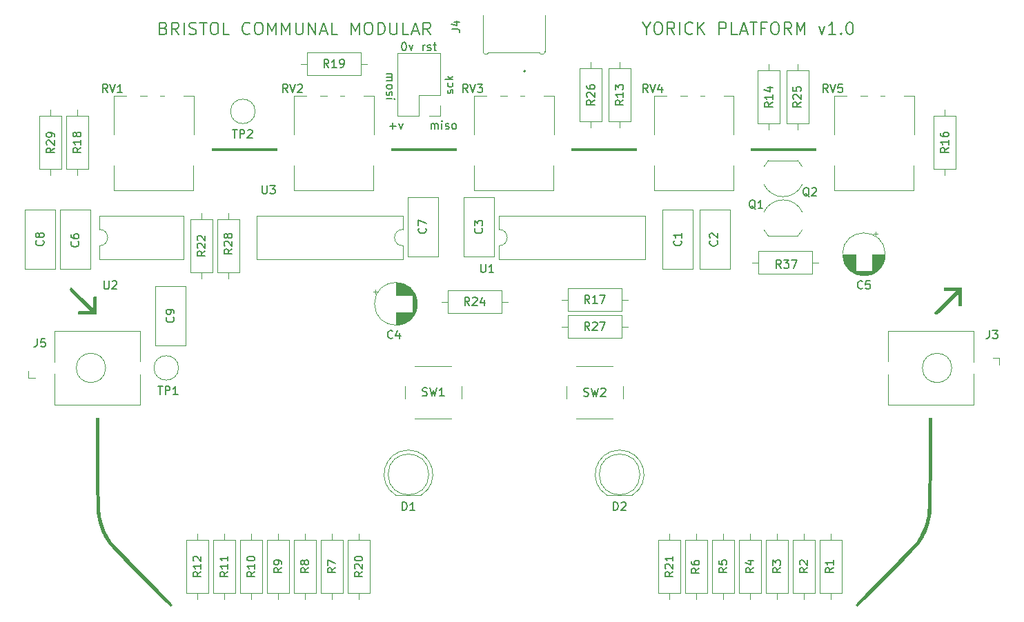
<source format=gto>
%TF.GenerationSoftware,KiCad,Pcbnew,7.0.2-0*%
%TF.CreationDate,2023-08-26T13:21:51+01:00*%
%TF.ProjectId,Yorick,596f7269-636b-42e6-9b69-6361645f7063,rev02*%
%TF.SameCoordinates,Original*%
%TF.FileFunction,Legend,Top*%
%TF.FilePolarity,Positive*%
%FSLAX46Y46*%
G04 Gerber Fmt 4.6, Leading zero omitted, Abs format (unit mm)*
G04 Created by KiCad (PCBNEW 7.0.2-0) date 2023-08-26 13:21:51*
%MOMM*%
%LPD*%
G01*
G04 APERTURE LIST*
%ADD10C,0.150000*%
%ADD11C,0.120000*%
%ADD12C,0.100000*%
%ADD13C,0.200000*%
G04 APERTURE END LIST*
D10*
X58611542Y-37292422D02*
X58825828Y-37363850D01*
X58825828Y-37363850D02*
X58897257Y-37435279D01*
X58897257Y-37435279D02*
X58968685Y-37578136D01*
X58968685Y-37578136D02*
X58968685Y-37792422D01*
X58968685Y-37792422D02*
X58897257Y-37935279D01*
X58897257Y-37935279D02*
X58825828Y-38006708D01*
X58825828Y-38006708D02*
X58682971Y-38078136D01*
X58682971Y-38078136D02*
X58111542Y-38078136D01*
X58111542Y-38078136D02*
X58111542Y-36578136D01*
X58111542Y-36578136D02*
X58611542Y-36578136D01*
X58611542Y-36578136D02*
X58754400Y-36649565D01*
X58754400Y-36649565D02*
X58825828Y-36720993D01*
X58825828Y-36720993D02*
X58897257Y-36863850D01*
X58897257Y-36863850D02*
X58897257Y-37006708D01*
X58897257Y-37006708D02*
X58825828Y-37149565D01*
X58825828Y-37149565D02*
X58754400Y-37220993D01*
X58754400Y-37220993D02*
X58611542Y-37292422D01*
X58611542Y-37292422D02*
X58111542Y-37292422D01*
X60468685Y-38078136D02*
X59968685Y-37363850D01*
X59611542Y-38078136D02*
X59611542Y-36578136D01*
X59611542Y-36578136D02*
X60182971Y-36578136D01*
X60182971Y-36578136D02*
X60325828Y-36649565D01*
X60325828Y-36649565D02*
X60397257Y-36720993D01*
X60397257Y-36720993D02*
X60468685Y-36863850D01*
X60468685Y-36863850D02*
X60468685Y-37078136D01*
X60468685Y-37078136D02*
X60397257Y-37220993D01*
X60397257Y-37220993D02*
X60325828Y-37292422D01*
X60325828Y-37292422D02*
X60182971Y-37363850D01*
X60182971Y-37363850D02*
X59611542Y-37363850D01*
X61111542Y-38078136D02*
X61111542Y-36578136D01*
X61754400Y-38006708D02*
X61968686Y-38078136D01*
X61968686Y-38078136D02*
X62325828Y-38078136D01*
X62325828Y-38078136D02*
X62468686Y-38006708D01*
X62468686Y-38006708D02*
X62540114Y-37935279D01*
X62540114Y-37935279D02*
X62611543Y-37792422D01*
X62611543Y-37792422D02*
X62611543Y-37649565D01*
X62611543Y-37649565D02*
X62540114Y-37506708D01*
X62540114Y-37506708D02*
X62468686Y-37435279D01*
X62468686Y-37435279D02*
X62325828Y-37363850D01*
X62325828Y-37363850D02*
X62040114Y-37292422D01*
X62040114Y-37292422D02*
X61897257Y-37220993D01*
X61897257Y-37220993D02*
X61825828Y-37149565D01*
X61825828Y-37149565D02*
X61754400Y-37006708D01*
X61754400Y-37006708D02*
X61754400Y-36863850D01*
X61754400Y-36863850D02*
X61825828Y-36720993D01*
X61825828Y-36720993D02*
X61897257Y-36649565D01*
X61897257Y-36649565D02*
X62040114Y-36578136D01*
X62040114Y-36578136D02*
X62397257Y-36578136D01*
X62397257Y-36578136D02*
X62611543Y-36649565D01*
X63040114Y-36578136D02*
X63897257Y-36578136D01*
X63468685Y-38078136D02*
X63468685Y-36578136D01*
X64682971Y-36578136D02*
X64968685Y-36578136D01*
X64968685Y-36578136D02*
X65111542Y-36649565D01*
X65111542Y-36649565D02*
X65254399Y-36792422D01*
X65254399Y-36792422D02*
X65325828Y-37078136D01*
X65325828Y-37078136D02*
X65325828Y-37578136D01*
X65325828Y-37578136D02*
X65254399Y-37863850D01*
X65254399Y-37863850D02*
X65111542Y-38006708D01*
X65111542Y-38006708D02*
X64968685Y-38078136D01*
X64968685Y-38078136D02*
X64682971Y-38078136D01*
X64682971Y-38078136D02*
X64540114Y-38006708D01*
X64540114Y-38006708D02*
X64397256Y-37863850D01*
X64397256Y-37863850D02*
X64325828Y-37578136D01*
X64325828Y-37578136D02*
X64325828Y-37078136D01*
X64325828Y-37078136D02*
X64397256Y-36792422D01*
X64397256Y-36792422D02*
X64540114Y-36649565D01*
X64540114Y-36649565D02*
X64682971Y-36578136D01*
X66682971Y-38078136D02*
X65968685Y-38078136D01*
X65968685Y-38078136D02*
X65968685Y-36578136D01*
X69182971Y-37935279D02*
X69111543Y-38006708D01*
X69111543Y-38006708D02*
X68897257Y-38078136D01*
X68897257Y-38078136D02*
X68754400Y-38078136D01*
X68754400Y-38078136D02*
X68540114Y-38006708D01*
X68540114Y-38006708D02*
X68397257Y-37863850D01*
X68397257Y-37863850D02*
X68325828Y-37720993D01*
X68325828Y-37720993D02*
X68254400Y-37435279D01*
X68254400Y-37435279D02*
X68254400Y-37220993D01*
X68254400Y-37220993D02*
X68325828Y-36935279D01*
X68325828Y-36935279D02*
X68397257Y-36792422D01*
X68397257Y-36792422D02*
X68540114Y-36649565D01*
X68540114Y-36649565D02*
X68754400Y-36578136D01*
X68754400Y-36578136D02*
X68897257Y-36578136D01*
X68897257Y-36578136D02*
X69111543Y-36649565D01*
X69111543Y-36649565D02*
X69182971Y-36720993D01*
X70111543Y-36578136D02*
X70397257Y-36578136D01*
X70397257Y-36578136D02*
X70540114Y-36649565D01*
X70540114Y-36649565D02*
X70682971Y-36792422D01*
X70682971Y-36792422D02*
X70754400Y-37078136D01*
X70754400Y-37078136D02*
X70754400Y-37578136D01*
X70754400Y-37578136D02*
X70682971Y-37863850D01*
X70682971Y-37863850D02*
X70540114Y-38006708D01*
X70540114Y-38006708D02*
X70397257Y-38078136D01*
X70397257Y-38078136D02*
X70111543Y-38078136D01*
X70111543Y-38078136D02*
X69968686Y-38006708D01*
X69968686Y-38006708D02*
X69825828Y-37863850D01*
X69825828Y-37863850D02*
X69754400Y-37578136D01*
X69754400Y-37578136D02*
X69754400Y-37078136D01*
X69754400Y-37078136D02*
X69825828Y-36792422D01*
X69825828Y-36792422D02*
X69968686Y-36649565D01*
X69968686Y-36649565D02*
X70111543Y-36578136D01*
X71397257Y-38078136D02*
X71397257Y-36578136D01*
X71397257Y-36578136D02*
X71897257Y-37649565D01*
X71897257Y-37649565D02*
X72397257Y-36578136D01*
X72397257Y-36578136D02*
X72397257Y-38078136D01*
X73111543Y-38078136D02*
X73111543Y-36578136D01*
X73111543Y-36578136D02*
X73611543Y-37649565D01*
X73611543Y-37649565D02*
X74111543Y-36578136D01*
X74111543Y-36578136D02*
X74111543Y-38078136D01*
X74825829Y-36578136D02*
X74825829Y-37792422D01*
X74825829Y-37792422D02*
X74897258Y-37935279D01*
X74897258Y-37935279D02*
X74968687Y-38006708D01*
X74968687Y-38006708D02*
X75111544Y-38078136D01*
X75111544Y-38078136D02*
X75397258Y-38078136D01*
X75397258Y-38078136D02*
X75540115Y-38006708D01*
X75540115Y-38006708D02*
X75611544Y-37935279D01*
X75611544Y-37935279D02*
X75682972Y-37792422D01*
X75682972Y-37792422D02*
X75682972Y-36578136D01*
X76397258Y-38078136D02*
X76397258Y-36578136D01*
X76397258Y-36578136D02*
X77254401Y-38078136D01*
X77254401Y-38078136D02*
X77254401Y-36578136D01*
X77897259Y-37649565D02*
X78611545Y-37649565D01*
X77754402Y-38078136D02*
X78254402Y-36578136D01*
X78254402Y-36578136D02*
X78754402Y-38078136D01*
X79968687Y-38078136D02*
X79254401Y-38078136D01*
X79254401Y-38078136D02*
X79254401Y-36578136D01*
X81611544Y-38078136D02*
X81611544Y-36578136D01*
X81611544Y-36578136D02*
X82111544Y-37649565D01*
X82111544Y-37649565D02*
X82611544Y-36578136D01*
X82611544Y-36578136D02*
X82611544Y-38078136D01*
X83611545Y-36578136D02*
X83897259Y-36578136D01*
X83897259Y-36578136D02*
X84040116Y-36649565D01*
X84040116Y-36649565D02*
X84182973Y-36792422D01*
X84182973Y-36792422D02*
X84254402Y-37078136D01*
X84254402Y-37078136D02*
X84254402Y-37578136D01*
X84254402Y-37578136D02*
X84182973Y-37863850D01*
X84182973Y-37863850D02*
X84040116Y-38006708D01*
X84040116Y-38006708D02*
X83897259Y-38078136D01*
X83897259Y-38078136D02*
X83611545Y-38078136D01*
X83611545Y-38078136D02*
X83468688Y-38006708D01*
X83468688Y-38006708D02*
X83325830Y-37863850D01*
X83325830Y-37863850D02*
X83254402Y-37578136D01*
X83254402Y-37578136D02*
X83254402Y-37078136D01*
X83254402Y-37078136D02*
X83325830Y-36792422D01*
X83325830Y-36792422D02*
X83468688Y-36649565D01*
X83468688Y-36649565D02*
X83611545Y-36578136D01*
X84897259Y-38078136D02*
X84897259Y-36578136D01*
X84897259Y-36578136D02*
X85254402Y-36578136D01*
X85254402Y-36578136D02*
X85468688Y-36649565D01*
X85468688Y-36649565D02*
X85611545Y-36792422D01*
X85611545Y-36792422D02*
X85682974Y-36935279D01*
X85682974Y-36935279D02*
X85754402Y-37220993D01*
X85754402Y-37220993D02*
X85754402Y-37435279D01*
X85754402Y-37435279D02*
X85682974Y-37720993D01*
X85682974Y-37720993D02*
X85611545Y-37863850D01*
X85611545Y-37863850D02*
X85468688Y-38006708D01*
X85468688Y-38006708D02*
X85254402Y-38078136D01*
X85254402Y-38078136D02*
X84897259Y-38078136D01*
X86397259Y-36578136D02*
X86397259Y-37792422D01*
X86397259Y-37792422D02*
X86468688Y-37935279D01*
X86468688Y-37935279D02*
X86540117Y-38006708D01*
X86540117Y-38006708D02*
X86682974Y-38078136D01*
X86682974Y-38078136D02*
X86968688Y-38078136D01*
X86968688Y-38078136D02*
X87111545Y-38006708D01*
X87111545Y-38006708D02*
X87182974Y-37935279D01*
X87182974Y-37935279D02*
X87254402Y-37792422D01*
X87254402Y-37792422D02*
X87254402Y-36578136D01*
X88682974Y-38078136D02*
X87968688Y-38078136D01*
X87968688Y-38078136D02*
X87968688Y-36578136D01*
X89111546Y-37649565D02*
X89825832Y-37649565D01*
X88968689Y-38078136D02*
X89468689Y-36578136D01*
X89468689Y-36578136D02*
X89968689Y-38078136D01*
X91325831Y-38078136D02*
X90825831Y-37363850D01*
X90468688Y-38078136D02*
X90468688Y-36578136D01*
X90468688Y-36578136D02*
X91040117Y-36578136D01*
X91040117Y-36578136D02*
X91182974Y-36649565D01*
X91182974Y-36649565D02*
X91254403Y-36720993D01*
X91254403Y-36720993D02*
X91325831Y-36863850D01*
X91325831Y-36863850D02*
X91325831Y-37078136D01*
X91325831Y-37078136D02*
X91254403Y-37220993D01*
X91254403Y-37220993D02*
X91182974Y-37292422D01*
X91182974Y-37292422D02*
X91040117Y-37363850D01*
X91040117Y-37363850D02*
X90468688Y-37363850D01*
X88058571Y-39009619D02*
X88153809Y-39009619D01*
X88153809Y-39009619D02*
X88249047Y-39057238D01*
X88249047Y-39057238D02*
X88296666Y-39104857D01*
X88296666Y-39104857D02*
X88344285Y-39200095D01*
X88344285Y-39200095D02*
X88391904Y-39390571D01*
X88391904Y-39390571D02*
X88391904Y-39628666D01*
X88391904Y-39628666D02*
X88344285Y-39819142D01*
X88344285Y-39819142D02*
X88296666Y-39914380D01*
X88296666Y-39914380D02*
X88249047Y-39962000D01*
X88249047Y-39962000D02*
X88153809Y-40009619D01*
X88153809Y-40009619D02*
X88058571Y-40009619D01*
X88058571Y-40009619D02*
X87963333Y-39962000D01*
X87963333Y-39962000D02*
X87915714Y-39914380D01*
X87915714Y-39914380D02*
X87868095Y-39819142D01*
X87868095Y-39819142D02*
X87820476Y-39628666D01*
X87820476Y-39628666D02*
X87820476Y-39390571D01*
X87820476Y-39390571D02*
X87868095Y-39200095D01*
X87868095Y-39200095D02*
X87915714Y-39104857D01*
X87915714Y-39104857D02*
X87963333Y-39057238D01*
X87963333Y-39057238D02*
X88058571Y-39009619D01*
X88725238Y-39342952D02*
X88963333Y-40009619D01*
X88963333Y-40009619D02*
X89201428Y-39342952D01*
X117857257Y-37333850D02*
X117857257Y-38048136D01*
X117357257Y-36548136D02*
X117857257Y-37333850D01*
X117857257Y-37333850D02*
X118357257Y-36548136D01*
X119142971Y-36548136D02*
X119428685Y-36548136D01*
X119428685Y-36548136D02*
X119571542Y-36619565D01*
X119571542Y-36619565D02*
X119714399Y-36762422D01*
X119714399Y-36762422D02*
X119785828Y-37048136D01*
X119785828Y-37048136D02*
X119785828Y-37548136D01*
X119785828Y-37548136D02*
X119714399Y-37833850D01*
X119714399Y-37833850D02*
X119571542Y-37976708D01*
X119571542Y-37976708D02*
X119428685Y-38048136D01*
X119428685Y-38048136D02*
X119142971Y-38048136D01*
X119142971Y-38048136D02*
X119000114Y-37976708D01*
X119000114Y-37976708D02*
X118857256Y-37833850D01*
X118857256Y-37833850D02*
X118785828Y-37548136D01*
X118785828Y-37548136D02*
X118785828Y-37048136D01*
X118785828Y-37048136D02*
X118857256Y-36762422D01*
X118857256Y-36762422D02*
X119000114Y-36619565D01*
X119000114Y-36619565D02*
X119142971Y-36548136D01*
X121285828Y-38048136D02*
X120785828Y-37333850D01*
X120428685Y-38048136D02*
X120428685Y-36548136D01*
X120428685Y-36548136D02*
X121000114Y-36548136D01*
X121000114Y-36548136D02*
X121142971Y-36619565D01*
X121142971Y-36619565D02*
X121214400Y-36690993D01*
X121214400Y-36690993D02*
X121285828Y-36833850D01*
X121285828Y-36833850D02*
X121285828Y-37048136D01*
X121285828Y-37048136D02*
X121214400Y-37190993D01*
X121214400Y-37190993D02*
X121142971Y-37262422D01*
X121142971Y-37262422D02*
X121000114Y-37333850D01*
X121000114Y-37333850D02*
X120428685Y-37333850D01*
X121928685Y-38048136D02*
X121928685Y-36548136D01*
X123500114Y-37905279D02*
X123428686Y-37976708D01*
X123428686Y-37976708D02*
X123214400Y-38048136D01*
X123214400Y-38048136D02*
X123071543Y-38048136D01*
X123071543Y-38048136D02*
X122857257Y-37976708D01*
X122857257Y-37976708D02*
X122714400Y-37833850D01*
X122714400Y-37833850D02*
X122642971Y-37690993D01*
X122642971Y-37690993D02*
X122571543Y-37405279D01*
X122571543Y-37405279D02*
X122571543Y-37190993D01*
X122571543Y-37190993D02*
X122642971Y-36905279D01*
X122642971Y-36905279D02*
X122714400Y-36762422D01*
X122714400Y-36762422D02*
X122857257Y-36619565D01*
X122857257Y-36619565D02*
X123071543Y-36548136D01*
X123071543Y-36548136D02*
X123214400Y-36548136D01*
X123214400Y-36548136D02*
X123428686Y-36619565D01*
X123428686Y-36619565D02*
X123500114Y-36690993D01*
X124142971Y-38048136D02*
X124142971Y-36548136D01*
X125000114Y-38048136D02*
X124357257Y-37190993D01*
X125000114Y-36548136D02*
X124142971Y-37405279D01*
X126785828Y-38048136D02*
X126785828Y-36548136D01*
X126785828Y-36548136D02*
X127357257Y-36548136D01*
X127357257Y-36548136D02*
X127500114Y-36619565D01*
X127500114Y-36619565D02*
X127571543Y-36690993D01*
X127571543Y-36690993D02*
X127642971Y-36833850D01*
X127642971Y-36833850D02*
X127642971Y-37048136D01*
X127642971Y-37048136D02*
X127571543Y-37190993D01*
X127571543Y-37190993D02*
X127500114Y-37262422D01*
X127500114Y-37262422D02*
X127357257Y-37333850D01*
X127357257Y-37333850D02*
X126785828Y-37333850D01*
X129000114Y-38048136D02*
X128285828Y-38048136D01*
X128285828Y-38048136D02*
X128285828Y-36548136D01*
X129428686Y-37619565D02*
X130142972Y-37619565D01*
X129285829Y-38048136D02*
X129785829Y-36548136D01*
X129785829Y-36548136D02*
X130285829Y-38048136D01*
X130571543Y-36548136D02*
X131428686Y-36548136D01*
X131000114Y-38048136D02*
X131000114Y-36548136D01*
X132428685Y-37262422D02*
X131928685Y-37262422D01*
X131928685Y-38048136D02*
X131928685Y-36548136D01*
X131928685Y-36548136D02*
X132642971Y-36548136D01*
X133500114Y-36548136D02*
X133785828Y-36548136D01*
X133785828Y-36548136D02*
X133928685Y-36619565D01*
X133928685Y-36619565D02*
X134071542Y-36762422D01*
X134071542Y-36762422D02*
X134142971Y-37048136D01*
X134142971Y-37048136D02*
X134142971Y-37548136D01*
X134142971Y-37548136D02*
X134071542Y-37833850D01*
X134071542Y-37833850D02*
X133928685Y-37976708D01*
X133928685Y-37976708D02*
X133785828Y-38048136D01*
X133785828Y-38048136D02*
X133500114Y-38048136D01*
X133500114Y-38048136D02*
X133357257Y-37976708D01*
X133357257Y-37976708D02*
X133214399Y-37833850D01*
X133214399Y-37833850D02*
X133142971Y-37548136D01*
X133142971Y-37548136D02*
X133142971Y-37048136D01*
X133142971Y-37048136D02*
X133214399Y-36762422D01*
X133214399Y-36762422D02*
X133357257Y-36619565D01*
X133357257Y-36619565D02*
X133500114Y-36548136D01*
X135642971Y-38048136D02*
X135142971Y-37333850D01*
X134785828Y-38048136D02*
X134785828Y-36548136D01*
X134785828Y-36548136D02*
X135357257Y-36548136D01*
X135357257Y-36548136D02*
X135500114Y-36619565D01*
X135500114Y-36619565D02*
X135571543Y-36690993D01*
X135571543Y-36690993D02*
X135642971Y-36833850D01*
X135642971Y-36833850D02*
X135642971Y-37048136D01*
X135642971Y-37048136D02*
X135571543Y-37190993D01*
X135571543Y-37190993D02*
X135500114Y-37262422D01*
X135500114Y-37262422D02*
X135357257Y-37333850D01*
X135357257Y-37333850D02*
X134785828Y-37333850D01*
X136285828Y-38048136D02*
X136285828Y-36548136D01*
X136285828Y-36548136D02*
X136785828Y-37619565D01*
X136785828Y-37619565D02*
X137285828Y-36548136D01*
X137285828Y-36548136D02*
X137285828Y-38048136D01*
X139000114Y-37048136D02*
X139357257Y-38048136D01*
X139357257Y-38048136D02*
X139714400Y-37048136D01*
X141071543Y-38048136D02*
X140214400Y-38048136D01*
X140642971Y-38048136D02*
X140642971Y-36548136D01*
X140642971Y-36548136D02*
X140500114Y-36762422D01*
X140500114Y-36762422D02*
X140357257Y-36905279D01*
X140357257Y-36905279D02*
X140214400Y-36976708D01*
X141714399Y-37905279D02*
X141785828Y-37976708D01*
X141785828Y-37976708D02*
X141714399Y-38048136D01*
X141714399Y-38048136D02*
X141642971Y-37976708D01*
X141642971Y-37976708D02*
X141714399Y-37905279D01*
X141714399Y-37905279D02*
X141714399Y-38048136D01*
X142714400Y-36548136D02*
X142857257Y-36548136D01*
X142857257Y-36548136D02*
X143000114Y-36619565D01*
X143000114Y-36619565D02*
X143071543Y-36690993D01*
X143071543Y-36690993D02*
X143142971Y-36833850D01*
X143142971Y-36833850D02*
X143214400Y-37119565D01*
X143214400Y-37119565D02*
X143214400Y-37476708D01*
X143214400Y-37476708D02*
X143142971Y-37762422D01*
X143142971Y-37762422D02*
X143071543Y-37905279D01*
X143071543Y-37905279D02*
X143000114Y-37976708D01*
X143000114Y-37976708D02*
X142857257Y-38048136D01*
X142857257Y-38048136D02*
X142714400Y-38048136D01*
X142714400Y-38048136D02*
X142571543Y-37976708D01*
X142571543Y-37976708D02*
X142500114Y-37905279D01*
X142500114Y-37905279D02*
X142428685Y-37762422D01*
X142428685Y-37762422D02*
X142357257Y-37476708D01*
X142357257Y-37476708D02*
X142357257Y-37119565D01*
X142357257Y-37119565D02*
X142428685Y-36833850D01*
X142428685Y-36833850D02*
X142500114Y-36690993D01*
X142500114Y-36690993D02*
X142571543Y-36619565D01*
X142571543Y-36619565D02*
X142714400Y-36548136D01*
X86344095Y-49280666D02*
X87106000Y-49280666D01*
X86725047Y-49661619D02*
X86725047Y-48899714D01*
X87486952Y-48994952D02*
X87725047Y-49661619D01*
X87725047Y-49661619D02*
X87963142Y-48994952D01*
X85974380Y-42910095D02*
X86641047Y-42910095D01*
X86545809Y-42910095D02*
X86593428Y-42957714D01*
X86593428Y-42957714D02*
X86641047Y-43052952D01*
X86641047Y-43052952D02*
X86641047Y-43195809D01*
X86641047Y-43195809D02*
X86593428Y-43291047D01*
X86593428Y-43291047D02*
X86498190Y-43338666D01*
X86498190Y-43338666D02*
X85974380Y-43338666D01*
X86498190Y-43338666D02*
X86593428Y-43386285D01*
X86593428Y-43386285D02*
X86641047Y-43481523D01*
X86641047Y-43481523D02*
X86641047Y-43624380D01*
X86641047Y-43624380D02*
X86593428Y-43719619D01*
X86593428Y-43719619D02*
X86498190Y-43767238D01*
X86498190Y-43767238D02*
X85974380Y-43767238D01*
X85974380Y-44386285D02*
X86022000Y-44291047D01*
X86022000Y-44291047D02*
X86069619Y-44243428D01*
X86069619Y-44243428D02*
X86164857Y-44195809D01*
X86164857Y-44195809D02*
X86450571Y-44195809D01*
X86450571Y-44195809D02*
X86545809Y-44243428D01*
X86545809Y-44243428D02*
X86593428Y-44291047D01*
X86593428Y-44291047D02*
X86641047Y-44386285D01*
X86641047Y-44386285D02*
X86641047Y-44529142D01*
X86641047Y-44529142D02*
X86593428Y-44624380D01*
X86593428Y-44624380D02*
X86545809Y-44671999D01*
X86545809Y-44671999D02*
X86450571Y-44719618D01*
X86450571Y-44719618D02*
X86164857Y-44719618D01*
X86164857Y-44719618D02*
X86069619Y-44671999D01*
X86069619Y-44671999D02*
X86022000Y-44624380D01*
X86022000Y-44624380D02*
X85974380Y-44529142D01*
X85974380Y-44529142D02*
X85974380Y-44386285D01*
X86022000Y-45100571D02*
X85974380Y-45195809D01*
X85974380Y-45195809D02*
X85974380Y-45386285D01*
X85974380Y-45386285D02*
X86022000Y-45481523D01*
X86022000Y-45481523D02*
X86117238Y-45529142D01*
X86117238Y-45529142D02*
X86164857Y-45529142D01*
X86164857Y-45529142D02*
X86260095Y-45481523D01*
X86260095Y-45481523D02*
X86307714Y-45386285D01*
X86307714Y-45386285D02*
X86307714Y-45243428D01*
X86307714Y-45243428D02*
X86355333Y-45148190D01*
X86355333Y-45148190D02*
X86450571Y-45100571D01*
X86450571Y-45100571D02*
X86498190Y-45100571D01*
X86498190Y-45100571D02*
X86593428Y-45148190D01*
X86593428Y-45148190D02*
X86641047Y-45243428D01*
X86641047Y-45243428D02*
X86641047Y-45386285D01*
X86641047Y-45386285D02*
X86593428Y-45481523D01*
X85974380Y-45957714D02*
X86641047Y-45957714D01*
X86974380Y-45957714D02*
X86926761Y-45910095D01*
X86926761Y-45910095D02*
X86879142Y-45957714D01*
X86879142Y-45957714D02*
X86926761Y-46005333D01*
X86926761Y-46005333D02*
X86974380Y-45957714D01*
X86974380Y-45957714D02*
X86879142Y-45957714D01*
X91424095Y-49661619D02*
X91424095Y-48994952D01*
X91424095Y-49090190D02*
X91471714Y-49042571D01*
X91471714Y-49042571D02*
X91566952Y-48994952D01*
X91566952Y-48994952D02*
X91709809Y-48994952D01*
X91709809Y-48994952D02*
X91805047Y-49042571D01*
X91805047Y-49042571D02*
X91852666Y-49137809D01*
X91852666Y-49137809D02*
X91852666Y-49661619D01*
X91852666Y-49137809D02*
X91900285Y-49042571D01*
X91900285Y-49042571D02*
X91995523Y-48994952D01*
X91995523Y-48994952D02*
X92138380Y-48994952D01*
X92138380Y-48994952D02*
X92233619Y-49042571D01*
X92233619Y-49042571D02*
X92281238Y-49137809D01*
X92281238Y-49137809D02*
X92281238Y-49661619D01*
X92757428Y-49661619D02*
X92757428Y-48994952D01*
X92757428Y-48661619D02*
X92709809Y-48709238D01*
X92709809Y-48709238D02*
X92757428Y-48756857D01*
X92757428Y-48756857D02*
X92805047Y-48709238D01*
X92805047Y-48709238D02*
X92757428Y-48661619D01*
X92757428Y-48661619D02*
X92757428Y-48756857D01*
X93185999Y-49614000D02*
X93281237Y-49661619D01*
X93281237Y-49661619D02*
X93471713Y-49661619D01*
X93471713Y-49661619D02*
X93566951Y-49614000D01*
X93566951Y-49614000D02*
X93614570Y-49518761D01*
X93614570Y-49518761D02*
X93614570Y-49471142D01*
X93614570Y-49471142D02*
X93566951Y-49375904D01*
X93566951Y-49375904D02*
X93471713Y-49328285D01*
X93471713Y-49328285D02*
X93328856Y-49328285D01*
X93328856Y-49328285D02*
X93233618Y-49280666D01*
X93233618Y-49280666D02*
X93185999Y-49185428D01*
X93185999Y-49185428D02*
X93185999Y-49137809D01*
X93185999Y-49137809D02*
X93233618Y-49042571D01*
X93233618Y-49042571D02*
X93328856Y-48994952D01*
X93328856Y-48994952D02*
X93471713Y-48994952D01*
X93471713Y-48994952D02*
X93566951Y-49042571D01*
X94185999Y-49661619D02*
X94090761Y-49614000D01*
X94090761Y-49614000D02*
X94043142Y-49566380D01*
X94043142Y-49566380D02*
X93995523Y-49471142D01*
X93995523Y-49471142D02*
X93995523Y-49185428D01*
X93995523Y-49185428D02*
X94043142Y-49090190D01*
X94043142Y-49090190D02*
X94090761Y-49042571D01*
X94090761Y-49042571D02*
X94185999Y-48994952D01*
X94185999Y-48994952D02*
X94328856Y-48994952D01*
X94328856Y-48994952D02*
X94424094Y-49042571D01*
X94424094Y-49042571D02*
X94471713Y-49090190D01*
X94471713Y-49090190D02*
X94519332Y-49185428D01*
X94519332Y-49185428D02*
X94519332Y-49471142D01*
X94519332Y-49471142D02*
X94471713Y-49566380D01*
X94471713Y-49566380D02*
X94424094Y-49614000D01*
X94424094Y-49614000D02*
X94328856Y-49661619D01*
X94328856Y-49661619D02*
X94185999Y-49661619D01*
X90408095Y-40009619D02*
X90408095Y-39342952D01*
X90408095Y-39533428D02*
X90455714Y-39438190D01*
X90455714Y-39438190D02*
X90503333Y-39390571D01*
X90503333Y-39390571D02*
X90598571Y-39342952D01*
X90598571Y-39342952D02*
X90693809Y-39342952D01*
X90979524Y-39962000D02*
X91074762Y-40009619D01*
X91074762Y-40009619D02*
X91265238Y-40009619D01*
X91265238Y-40009619D02*
X91360476Y-39962000D01*
X91360476Y-39962000D02*
X91408095Y-39866761D01*
X91408095Y-39866761D02*
X91408095Y-39819142D01*
X91408095Y-39819142D02*
X91360476Y-39723904D01*
X91360476Y-39723904D02*
X91265238Y-39676285D01*
X91265238Y-39676285D02*
X91122381Y-39676285D01*
X91122381Y-39676285D02*
X91027143Y-39628666D01*
X91027143Y-39628666D02*
X90979524Y-39533428D01*
X90979524Y-39533428D02*
X90979524Y-39485809D01*
X90979524Y-39485809D02*
X91027143Y-39390571D01*
X91027143Y-39390571D02*
X91122381Y-39342952D01*
X91122381Y-39342952D02*
X91265238Y-39342952D01*
X91265238Y-39342952D02*
X91360476Y-39390571D01*
X91693810Y-39342952D02*
X92074762Y-39342952D01*
X91836667Y-39009619D02*
X91836667Y-39866761D01*
X91836667Y-39866761D02*
X91884286Y-39962000D01*
X91884286Y-39962000D02*
X91979524Y-40009619D01*
X91979524Y-40009619D02*
X92074762Y-40009619D01*
X94064000Y-45275523D02*
X94111619Y-45180285D01*
X94111619Y-45180285D02*
X94111619Y-44989809D01*
X94111619Y-44989809D02*
X94064000Y-44894571D01*
X94064000Y-44894571D02*
X93968761Y-44846952D01*
X93968761Y-44846952D02*
X93921142Y-44846952D01*
X93921142Y-44846952D02*
X93825904Y-44894571D01*
X93825904Y-44894571D02*
X93778285Y-44989809D01*
X93778285Y-44989809D02*
X93778285Y-45132666D01*
X93778285Y-45132666D02*
X93730666Y-45227904D01*
X93730666Y-45227904D02*
X93635428Y-45275523D01*
X93635428Y-45275523D02*
X93587809Y-45275523D01*
X93587809Y-45275523D02*
X93492571Y-45227904D01*
X93492571Y-45227904D02*
X93444952Y-45132666D01*
X93444952Y-45132666D02*
X93444952Y-44989809D01*
X93444952Y-44989809D02*
X93492571Y-44894571D01*
X94064000Y-43989809D02*
X94111619Y-44085047D01*
X94111619Y-44085047D02*
X94111619Y-44275523D01*
X94111619Y-44275523D02*
X94064000Y-44370761D01*
X94064000Y-44370761D02*
X94016380Y-44418380D01*
X94016380Y-44418380D02*
X93921142Y-44465999D01*
X93921142Y-44465999D02*
X93635428Y-44465999D01*
X93635428Y-44465999D02*
X93540190Y-44418380D01*
X93540190Y-44418380D02*
X93492571Y-44370761D01*
X93492571Y-44370761D02*
X93444952Y-44275523D01*
X93444952Y-44275523D02*
X93444952Y-44085047D01*
X93444952Y-44085047D02*
X93492571Y-43989809D01*
X94111619Y-43561237D02*
X93111619Y-43561237D01*
X93730666Y-43465999D02*
X94111619Y-43180285D01*
X93444952Y-43180285D02*
X93825904Y-43561237D01*
%TO.C,SW1*%
X90373467Y-82385000D02*
X90516324Y-82432619D01*
X90516324Y-82432619D02*
X90754419Y-82432619D01*
X90754419Y-82432619D02*
X90849657Y-82385000D01*
X90849657Y-82385000D02*
X90897276Y-82337380D01*
X90897276Y-82337380D02*
X90944895Y-82242142D01*
X90944895Y-82242142D02*
X90944895Y-82146904D01*
X90944895Y-82146904D02*
X90897276Y-82051666D01*
X90897276Y-82051666D02*
X90849657Y-82004047D01*
X90849657Y-82004047D02*
X90754419Y-81956428D01*
X90754419Y-81956428D02*
X90563943Y-81908809D01*
X90563943Y-81908809D02*
X90468705Y-81861190D01*
X90468705Y-81861190D02*
X90421086Y-81813571D01*
X90421086Y-81813571D02*
X90373467Y-81718333D01*
X90373467Y-81718333D02*
X90373467Y-81623095D01*
X90373467Y-81623095D02*
X90421086Y-81527857D01*
X90421086Y-81527857D02*
X90468705Y-81480238D01*
X90468705Y-81480238D02*
X90563943Y-81432619D01*
X90563943Y-81432619D02*
X90802038Y-81432619D01*
X90802038Y-81432619D02*
X90944895Y-81480238D01*
X91278229Y-81432619D02*
X91516324Y-82432619D01*
X91516324Y-82432619D02*
X91706800Y-81718333D01*
X91706800Y-81718333D02*
X91897276Y-82432619D01*
X91897276Y-82432619D02*
X92135372Y-81432619D01*
X93040133Y-82432619D02*
X92468705Y-82432619D01*
X92754419Y-82432619D02*
X92754419Y-81432619D01*
X92754419Y-81432619D02*
X92659181Y-81575476D01*
X92659181Y-81575476D02*
X92563943Y-81670714D01*
X92563943Y-81670714D02*
X92468705Y-81718333D01*
%TO.C,J5*%
X43100666Y-75408619D02*
X43100666Y-76122904D01*
X43100666Y-76122904D02*
X43053047Y-76265761D01*
X43053047Y-76265761D02*
X42957809Y-76361000D01*
X42957809Y-76361000D02*
X42814952Y-76408619D01*
X42814952Y-76408619D02*
X42719714Y-76408619D01*
X44053047Y-75408619D02*
X43576857Y-75408619D01*
X43576857Y-75408619D02*
X43529238Y-75884809D01*
X43529238Y-75884809D02*
X43576857Y-75837190D01*
X43576857Y-75837190D02*
X43672095Y-75789571D01*
X43672095Y-75789571D02*
X43910190Y-75789571D01*
X43910190Y-75789571D02*
X44005428Y-75837190D01*
X44005428Y-75837190D02*
X44053047Y-75884809D01*
X44053047Y-75884809D02*
X44100666Y-75980047D01*
X44100666Y-75980047D02*
X44100666Y-76218142D01*
X44100666Y-76218142D02*
X44053047Y-76313380D01*
X44053047Y-76313380D02*
X44005428Y-76361000D01*
X44005428Y-76361000D02*
X43910190Y-76408619D01*
X43910190Y-76408619D02*
X43672095Y-76408619D01*
X43672095Y-76408619D02*
X43576857Y-76361000D01*
X43576857Y-76361000D02*
X43529238Y-76313380D01*
%TO.C,Q1*%
X131222761Y-59485857D02*
X131127523Y-59438238D01*
X131127523Y-59438238D02*
X131032285Y-59343000D01*
X131032285Y-59343000D02*
X130889428Y-59200142D01*
X130889428Y-59200142D02*
X130794190Y-59152523D01*
X130794190Y-59152523D02*
X130698952Y-59152523D01*
X130746571Y-59390619D02*
X130651333Y-59343000D01*
X130651333Y-59343000D02*
X130556095Y-59247761D01*
X130556095Y-59247761D02*
X130508476Y-59057285D01*
X130508476Y-59057285D02*
X130508476Y-58723952D01*
X130508476Y-58723952D02*
X130556095Y-58533476D01*
X130556095Y-58533476D02*
X130651333Y-58438238D01*
X130651333Y-58438238D02*
X130746571Y-58390619D01*
X130746571Y-58390619D02*
X130937047Y-58390619D01*
X130937047Y-58390619D02*
X131032285Y-58438238D01*
X131032285Y-58438238D02*
X131127523Y-58533476D01*
X131127523Y-58533476D02*
X131175142Y-58723952D01*
X131175142Y-58723952D02*
X131175142Y-59057285D01*
X131175142Y-59057285D02*
X131127523Y-59247761D01*
X131127523Y-59247761D02*
X131032285Y-59343000D01*
X131032285Y-59343000D02*
X130937047Y-59390619D01*
X130937047Y-59390619D02*
X130746571Y-59390619D01*
X132127523Y-59390619D02*
X131556095Y-59390619D01*
X131841809Y-59390619D02*
X131841809Y-58390619D01*
X131841809Y-58390619D02*
X131746571Y-58533476D01*
X131746571Y-58533476D02*
X131651333Y-58628714D01*
X131651333Y-58628714D02*
X131556095Y-58676333D01*
%TO.C,R37*%
X134361142Y-66732619D02*
X134027809Y-66256428D01*
X133789714Y-66732619D02*
X133789714Y-65732619D01*
X133789714Y-65732619D02*
X134170666Y-65732619D01*
X134170666Y-65732619D02*
X134265904Y-65780238D01*
X134265904Y-65780238D02*
X134313523Y-65827857D01*
X134313523Y-65827857D02*
X134361142Y-65923095D01*
X134361142Y-65923095D02*
X134361142Y-66065952D01*
X134361142Y-66065952D02*
X134313523Y-66161190D01*
X134313523Y-66161190D02*
X134265904Y-66208809D01*
X134265904Y-66208809D02*
X134170666Y-66256428D01*
X134170666Y-66256428D02*
X133789714Y-66256428D01*
X134694476Y-65732619D02*
X135313523Y-65732619D01*
X135313523Y-65732619D02*
X134980190Y-66113571D01*
X134980190Y-66113571D02*
X135123047Y-66113571D01*
X135123047Y-66113571D02*
X135218285Y-66161190D01*
X135218285Y-66161190D02*
X135265904Y-66208809D01*
X135265904Y-66208809D02*
X135313523Y-66304047D01*
X135313523Y-66304047D02*
X135313523Y-66542142D01*
X135313523Y-66542142D02*
X135265904Y-66637380D01*
X135265904Y-66637380D02*
X135218285Y-66685000D01*
X135218285Y-66685000D02*
X135123047Y-66732619D01*
X135123047Y-66732619D02*
X134837333Y-66732619D01*
X134837333Y-66732619D02*
X134742095Y-66685000D01*
X134742095Y-66685000D02*
X134694476Y-66637380D01*
X135646857Y-65732619D02*
X136313523Y-65732619D01*
X136313523Y-65732619D02*
X135884952Y-66732619D01*
%TO.C,R25*%
X136819619Y-46362857D02*
X136343428Y-46696190D01*
X136819619Y-46934285D02*
X135819619Y-46934285D01*
X135819619Y-46934285D02*
X135819619Y-46553333D01*
X135819619Y-46553333D02*
X135867238Y-46458095D01*
X135867238Y-46458095D02*
X135914857Y-46410476D01*
X135914857Y-46410476D02*
X136010095Y-46362857D01*
X136010095Y-46362857D02*
X136152952Y-46362857D01*
X136152952Y-46362857D02*
X136248190Y-46410476D01*
X136248190Y-46410476D02*
X136295809Y-46458095D01*
X136295809Y-46458095D02*
X136343428Y-46553333D01*
X136343428Y-46553333D02*
X136343428Y-46934285D01*
X135914857Y-45981904D02*
X135867238Y-45934285D01*
X135867238Y-45934285D02*
X135819619Y-45839047D01*
X135819619Y-45839047D02*
X135819619Y-45600952D01*
X135819619Y-45600952D02*
X135867238Y-45505714D01*
X135867238Y-45505714D02*
X135914857Y-45458095D01*
X135914857Y-45458095D02*
X136010095Y-45410476D01*
X136010095Y-45410476D02*
X136105333Y-45410476D01*
X136105333Y-45410476D02*
X136248190Y-45458095D01*
X136248190Y-45458095D02*
X136819619Y-46029523D01*
X136819619Y-46029523D02*
X136819619Y-45410476D01*
X135819619Y-44505714D02*
X135819619Y-44981904D01*
X135819619Y-44981904D02*
X136295809Y-45029523D01*
X136295809Y-45029523D02*
X136248190Y-44981904D01*
X136248190Y-44981904D02*
X136200571Y-44886666D01*
X136200571Y-44886666D02*
X136200571Y-44648571D01*
X136200571Y-44648571D02*
X136248190Y-44553333D01*
X136248190Y-44553333D02*
X136295809Y-44505714D01*
X136295809Y-44505714D02*
X136391047Y-44458095D01*
X136391047Y-44458095D02*
X136629142Y-44458095D01*
X136629142Y-44458095D02*
X136724380Y-44505714D01*
X136724380Y-44505714D02*
X136772000Y-44553333D01*
X136772000Y-44553333D02*
X136819619Y-44648571D01*
X136819619Y-44648571D02*
X136819619Y-44886666D01*
X136819619Y-44886666D02*
X136772000Y-44981904D01*
X136772000Y-44981904D02*
X136724380Y-45029523D01*
%TO.C,R16*%
X154908619Y-51950857D02*
X154432428Y-52284190D01*
X154908619Y-52522285D02*
X153908619Y-52522285D01*
X153908619Y-52522285D02*
X153908619Y-52141333D01*
X153908619Y-52141333D02*
X153956238Y-52046095D01*
X153956238Y-52046095D02*
X154003857Y-51998476D01*
X154003857Y-51998476D02*
X154099095Y-51950857D01*
X154099095Y-51950857D02*
X154241952Y-51950857D01*
X154241952Y-51950857D02*
X154337190Y-51998476D01*
X154337190Y-51998476D02*
X154384809Y-52046095D01*
X154384809Y-52046095D02*
X154432428Y-52141333D01*
X154432428Y-52141333D02*
X154432428Y-52522285D01*
X154908619Y-50998476D02*
X154908619Y-51569904D01*
X154908619Y-51284190D02*
X153908619Y-51284190D01*
X153908619Y-51284190D02*
X154051476Y-51379428D01*
X154051476Y-51379428D02*
X154146714Y-51474666D01*
X154146714Y-51474666D02*
X154194333Y-51569904D01*
X153908619Y-50141333D02*
X153908619Y-50331809D01*
X153908619Y-50331809D02*
X153956238Y-50427047D01*
X153956238Y-50427047D02*
X154003857Y-50474666D01*
X154003857Y-50474666D02*
X154146714Y-50569904D01*
X154146714Y-50569904D02*
X154337190Y-50617523D01*
X154337190Y-50617523D02*
X154718142Y-50617523D01*
X154718142Y-50617523D02*
X154813380Y-50569904D01*
X154813380Y-50569904D02*
X154861000Y-50522285D01*
X154861000Y-50522285D02*
X154908619Y-50427047D01*
X154908619Y-50427047D02*
X154908619Y-50236571D01*
X154908619Y-50236571D02*
X154861000Y-50141333D01*
X154861000Y-50141333D02*
X154813380Y-50093714D01*
X154813380Y-50093714D02*
X154718142Y-50046095D01*
X154718142Y-50046095D02*
X154480047Y-50046095D01*
X154480047Y-50046095D02*
X154384809Y-50093714D01*
X154384809Y-50093714D02*
X154337190Y-50141333D01*
X154337190Y-50141333D02*
X154289571Y-50236571D01*
X154289571Y-50236571D02*
X154289571Y-50427047D01*
X154289571Y-50427047D02*
X154337190Y-50522285D01*
X154337190Y-50522285D02*
X154384809Y-50569904D01*
X154384809Y-50569904D02*
X154480047Y-50617523D01*
%TO.C,C3*%
X97649380Y-61848666D02*
X97697000Y-61896285D01*
X97697000Y-61896285D02*
X97744619Y-62039142D01*
X97744619Y-62039142D02*
X97744619Y-62134380D01*
X97744619Y-62134380D02*
X97697000Y-62277237D01*
X97697000Y-62277237D02*
X97601761Y-62372475D01*
X97601761Y-62372475D02*
X97506523Y-62420094D01*
X97506523Y-62420094D02*
X97316047Y-62467713D01*
X97316047Y-62467713D02*
X97173190Y-62467713D01*
X97173190Y-62467713D02*
X96982714Y-62420094D01*
X96982714Y-62420094D02*
X96887476Y-62372475D01*
X96887476Y-62372475D02*
X96792238Y-62277237D01*
X96792238Y-62277237D02*
X96744619Y-62134380D01*
X96744619Y-62134380D02*
X96744619Y-62039142D01*
X96744619Y-62039142D02*
X96792238Y-61896285D01*
X96792238Y-61896285D02*
X96839857Y-61848666D01*
X96744619Y-61515332D02*
X96744619Y-60896285D01*
X96744619Y-60896285D02*
X97125571Y-61229618D01*
X97125571Y-61229618D02*
X97125571Y-61086761D01*
X97125571Y-61086761D02*
X97173190Y-60991523D01*
X97173190Y-60991523D02*
X97220809Y-60943904D01*
X97220809Y-60943904D02*
X97316047Y-60896285D01*
X97316047Y-60896285D02*
X97554142Y-60896285D01*
X97554142Y-60896285D02*
X97649380Y-60943904D01*
X97649380Y-60943904D02*
X97697000Y-60991523D01*
X97697000Y-60991523D02*
X97744619Y-61086761D01*
X97744619Y-61086761D02*
X97744619Y-61372475D01*
X97744619Y-61372475D02*
X97697000Y-61467713D01*
X97697000Y-61467713D02*
X97649380Y-61515332D01*
%TO.C,R22*%
X63708619Y-64650857D02*
X63232428Y-64984190D01*
X63708619Y-65222285D02*
X62708619Y-65222285D01*
X62708619Y-65222285D02*
X62708619Y-64841333D01*
X62708619Y-64841333D02*
X62756238Y-64746095D01*
X62756238Y-64746095D02*
X62803857Y-64698476D01*
X62803857Y-64698476D02*
X62899095Y-64650857D01*
X62899095Y-64650857D02*
X63041952Y-64650857D01*
X63041952Y-64650857D02*
X63137190Y-64698476D01*
X63137190Y-64698476D02*
X63184809Y-64746095D01*
X63184809Y-64746095D02*
X63232428Y-64841333D01*
X63232428Y-64841333D02*
X63232428Y-65222285D01*
X62803857Y-64269904D02*
X62756238Y-64222285D01*
X62756238Y-64222285D02*
X62708619Y-64127047D01*
X62708619Y-64127047D02*
X62708619Y-63888952D01*
X62708619Y-63888952D02*
X62756238Y-63793714D01*
X62756238Y-63793714D02*
X62803857Y-63746095D01*
X62803857Y-63746095D02*
X62899095Y-63698476D01*
X62899095Y-63698476D02*
X62994333Y-63698476D01*
X62994333Y-63698476D02*
X63137190Y-63746095D01*
X63137190Y-63746095D02*
X63708619Y-64317523D01*
X63708619Y-64317523D02*
X63708619Y-63698476D01*
X62803857Y-63317523D02*
X62756238Y-63269904D01*
X62756238Y-63269904D02*
X62708619Y-63174666D01*
X62708619Y-63174666D02*
X62708619Y-62936571D01*
X62708619Y-62936571D02*
X62756238Y-62841333D01*
X62756238Y-62841333D02*
X62803857Y-62793714D01*
X62803857Y-62793714D02*
X62899095Y-62746095D01*
X62899095Y-62746095D02*
X62994333Y-62746095D01*
X62994333Y-62746095D02*
X63137190Y-62793714D01*
X63137190Y-62793714D02*
X63708619Y-63365142D01*
X63708619Y-63365142D02*
X63708619Y-62746095D01*
%TO.C,R11*%
X66502619Y-104020857D02*
X66026428Y-104354190D01*
X66502619Y-104592285D02*
X65502619Y-104592285D01*
X65502619Y-104592285D02*
X65502619Y-104211333D01*
X65502619Y-104211333D02*
X65550238Y-104116095D01*
X65550238Y-104116095D02*
X65597857Y-104068476D01*
X65597857Y-104068476D02*
X65693095Y-104020857D01*
X65693095Y-104020857D02*
X65835952Y-104020857D01*
X65835952Y-104020857D02*
X65931190Y-104068476D01*
X65931190Y-104068476D02*
X65978809Y-104116095D01*
X65978809Y-104116095D02*
X66026428Y-104211333D01*
X66026428Y-104211333D02*
X66026428Y-104592285D01*
X66502619Y-103068476D02*
X66502619Y-103639904D01*
X66502619Y-103354190D02*
X65502619Y-103354190D01*
X65502619Y-103354190D02*
X65645476Y-103449428D01*
X65645476Y-103449428D02*
X65740714Y-103544666D01*
X65740714Y-103544666D02*
X65788333Y-103639904D01*
X66502619Y-102116095D02*
X66502619Y-102687523D01*
X66502619Y-102401809D02*
X65502619Y-102401809D01*
X65502619Y-102401809D02*
X65645476Y-102497047D01*
X65645476Y-102497047D02*
X65740714Y-102592285D01*
X65740714Y-102592285D02*
X65788333Y-102687523D01*
%TO.C,D1*%
X87907905Y-96474619D02*
X87907905Y-95474619D01*
X87907905Y-95474619D02*
X88146000Y-95474619D01*
X88146000Y-95474619D02*
X88288857Y-95522238D01*
X88288857Y-95522238D02*
X88384095Y-95617476D01*
X88384095Y-95617476D02*
X88431714Y-95712714D01*
X88431714Y-95712714D02*
X88479333Y-95903190D01*
X88479333Y-95903190D02*
X88479333Y-96046047D01*
X88479333Y-96046047D02*
X88431714Y-96236523D01*
X88431714Y-96236523D02*
X88384095Y-96331761D01*
X88384095Y-96331761D02*
X88288857Y-96427000D01*
X88288857Y-96427000D02*
X88146000Y-96474619D01*
X88146000Y-96474619D02*
X87907905Y-96474619D01*
X89431714Y-96474619D02*
X88860286Y-96474619D01*
X89146000Y-96474619D02*
X89146000Y-95474619D01*
X89146000Y-95474619D02*
X89050762Y-95617476D01*
X89050762Y-95617476D02*
X88955524Y-95712714D01*
X88955524Y-95712714D02*
X88860286Y-95760333D01*
%TO.C,R14*%
X133318619Y-46395857D02*
X132842428Y-46729190D01*
X133318619Y-46967285D02*
X132318619Y-46967285D01*
X132318619Y-46967285D02*
X132318619Y-46586333D01*
X132318619Y-46586333D02*
X132366238Y-46491095D01*
X132366238Y-46491095D02*
X132413857Y-46443476D01*
X132413857Y-46443476D02*
X132509095Y-46395857D01*
X132509095Y-46395857D02*
X132651952Y-46395857D01*
X132651952Y-46395857D02*
X132747190Y-46443476D01*
X132747190Y-46443476D02*
X132794809Y-46491095D01*
X132794809Y-46491095D02*
X132842428Y-46586333D01*
X132842428Y-46586333D02*
X132842428Y-46967285D01*
X133318619Y-45443476D02*
X133318619Y-46014904D01*
X133318619Y-45729190D02*
X132318619Y-45729190D01*
X132318619Y-45729190D02*
X132461476Y-45824428D01*
X132461476Y-45824428D02*
X132556714Y-45919666D01*
X132556714Y-45919666D02*
X132604333Y-46014904D01*
X132651952Y-44586333D02*
X133318619Y-44586333D01*
X132271000Y-44824428D02*
X132985285Y-45062523D01*
X132985285Y-45062523D02*
X132985285Y-44443476D01*
%TO.C,C5*%
X144359333Y-69201380D02*
X144311714Y-69249000D01*
X144311714Y-69249000D02*
X144168857Y-69296619D01*
X144168857Y-69296619D02*
X144073619Y-69296619D01*
X144073619Y-69296619D02*
X143930762Y-69249000D01*
X143930762Y-69249000D02*
X143835524Y-69153761D01*
X143835524Y-69153761D02*
X143787905Y-69058523D01*
X143787905Y-69058523D02*
X143740286Y-68868047D01*
X143740286Y-68868047D02*
X143740286Y-68725190D01*
X143740286Y-68725190D02*
X143787905Y-68534714D01*
X143787905Y-68534714D02*
X143835524Y-68439476D01*
X143835524Y-68439476D02*
X143930762Y-68344238D01*
X143930762Y-68344238D02*
X144073619Y-68296619D01*
X144073619Y-68296619D02*
X144168857Y-68296619D01*
X144168857Y-68296619D02*
X144311714Y-68344238D01*
X144311714Y-68344238D02*
X144359333Y-68391857D01*
X145264095Y-68296619D02*
X144787905Y-68296619D01*
X144787905Y-68296619D02*
X144740286Y-68772809D01*
X144740286Y-68772809D02*
X144787905Y-68725190D01*
X144787905Y-68725190D02*
X144883143Y-68677571D01*
X144883143Y-68677571D02*
X145121238Y-68677571D01*
X145121238Y-68677571D02*
X145216476Y-68725190D01*
X145216476Y-68725190D02*
X145264095Y-68772809D01*
X145264095Y-68772809D02*
X145311714Y-68868047D01*
X145311714Y-68868047D02*
X145311714Y-69106142D01*
X145311714Y-69106142D02*
X145264095Y-69201380D01*
X145264095Y-69201380D02*
X145216476Y-69249000D01*
X145216476Y-69249000D02*
X145121238Y-69296619D01*
X145121238Y-69296619D02*
X144883143Y-69296619D01*
X144883143Y-69296619D02*
X144787905Y-69249000D01*
X144787905Y-69249000D02*
X144740286Y-69201380D01*
%TO.C,R3*%
X134320619Y-103544666D02*
X133844428Y-103877999D01*
X134320619Y-104116094D02*
X133320619Y-104116094D01*
X133320619Y-104116094D02*
X133320619Y-103735142D01*
X133320619Y-103735142D02*
X133368238Y-103639904D01*
X133368238Y-103639904D02*
X133415857Y-103592285D01*
X133415857Y-103592285D02*
X133511095Y-103544666D01*
X133511095Y-103544666D02*
X133653952Y-103544666D01*
X133653952Y-103544666D02*
X133749190Y-103592285D01*
X133749190Y-103592285D02*
X133796809Y-103639904D01*
X133796809Y-103639904D02*
X133844428Y-103735142D01*
X133844428Y-103735142D02*
X133844428Y-104116094D01*
X133320619Y-103211332D02*
X133320619Y-102592285D01*
X133320619Y-102592285D02*
X133701571Y-102925618D01*
X133701571Y-102925618D02*
X133701571Y-102782761D01*
X133701571Y-102782761D02*
X133749190Y-102687523D01*
X133749190Y-102687523D02*
X133796809Y-102639904D01*
X133796809Y-102639904D02*
X133892047Y-102592285D01*
X133892047Y-102592285D02*
X134130142Y-102592285D01*
X134130142Y-102592285D02*
X134225380Y-102639904D01*
X134225380Y-102639904D02*
X134273000Y-102687523D01*
X134273000Y-102687523D02*
X134320619Y-102782761D01*
X134320619Y-102782761D02*
X134320619Y-103068475D01*
X134320619Y-103068475D02*
X134273000Y-103163713D01*
X134273000Y-103163713D02*
X134225380Y-103211332D01*
%TO.C,R19*%
X78859142Y-42118619D02*
X78525809Y-41642428D01*
X78287714Y-42118619D02*
X78287714Y-41118619D01*
X78287714Y-41118619D02*
X78668666Y-41118619D01*
X78668666Y-41118619D02*
X78763904Y-41166238D01*
X78763904Y-41166238D02*
X78811523Y-41213857D01*
X78811523Y-41213857D02*
X78859142Y-41309095D01*
X78859142Y-41309095D02*
X78859142Y-41451952D01*
X78859142Y-41451952D02*
X78811523Y-41547190D01*
X78811523Y-41547190D02*
X78763904Y-41594809D01*
X78763904Y-41594809D02*
X78668666Y-41642428D01*
X78668666Y-41642428D02*
X78287714Y-41642428D01*
X79811523Y-42118619D02*
X79240095Y-42118619D01*
X79525809Y-42118619D02*
X79525809Y-41118619D01*
X79525809Y-41118619D02*
X79430571Y-41261476D01*
X79430571Y-41261476D02*
X79335333Y-41356714D01*
X79335333Y-41356714D02*
X79240095Y-41404333D01*
X80287714Y-42118619D02*
X80478190Y-42118619D01*
X80478190Y-42118619D02*
X80573428Y-42071000D01*
X80573428Y-42071000D02*
X80621047Y-42023380D01*
X80621047Y-42023380D02*
X80716285Y-41880523D01*
X80716285Y-41880523D02*
X80763904Y-41690047D01*
X80763904Y-41690047D02*
X80763904Y-41309095D01*
X80763904Y-41309095D02*
X80716285Y-41213857D01*
X80716285Y-41213857D02*
X80668666Y-41166238D01*
X80668666Y-41166238D02*
X80573428Y-41118619D01*
X80573428Y-41118619D02*
X80382952Y-41118619D01*
X80382952Y-41118619D02*
X80287714Y-41166238D01*
X80287714Y-41166238D02*
X80240095Y-41213857D01*
X80240095Y-41213857D02*
X80192476Y-41309095D01*
X80192476Y-41309095D02*
X80192476Y-41547190D01*
X80192476Y-41547190D02*
X80240095Y-41642428D01*
X80240095Y-41642428D02*
X80287714Y-41690047D01*
X80287714Y-41690047D02*
X80382952Y-41737666D01*
X80382952Y-41737666D02*
X80573428Y-41737666D01*
X80573428Y-41737666D02*
X80668666Y-41690047D01*
X80668666Y-41690047D02*
X80716285Y-41642428D01*
X80716285Y-41642428D02*
X80763904Y-41547190D01*
%TO.C,R10*%
X69804619Y-104020857D02*
X69328428Y-104354190D01*
X69804619Y-104592285D02*
X68804619Y-104592285D01*
X68804619Y-104592285D02*
X68804619Y-104211333D01*
X68804619Y-104211333D02*
X68852238Y-104116095D01*
X68852238Y-104116095D02*
X68899857Y-104068476D01*
X68899857Y-104068476D02*
X68995095Y-104020857D01*
X68995095Y-104020857D02*
X69137952Y-104020857D01*
X69137952Y-104020857D02*
X69233190Y-104068476D01*
X69233190Y-104068476D02*
X69280809Y-104116095D01*
X69280809Y-104116095D02*
X69328428Y-104211333D01*
X69328428Y-104211333D02*
X69328428Y-104592285D01*
X69804619Y-103068476D02*
X69804619Y-103639904D01*
X69804619Y-103354190D02*
X68804619Y-103354190D01*
X68804619Y-103354190D02*
X68947476Y-103449428D01*
X68947476Y-103449428D02*
X69042714Y-103544666D01*
X69042714Y-103544666D02*
X69090333Y-103639904D01*
X68804619Y-102449428D02*
X68804619Y-102354190D01*
X68804619Y-102354190D02*
X68852238Y-102258952D01*
X68852238Y-102258952D02*
X68899857Y-102211333D01*
X68899857Y-102211333D02*
X68995095Y-102163714D01*
X68995095Y-102163714D02*
X69185571Y-102116095D01*
X69185571Y-102116095D02*
X69423666Y-102116095D01*
X69423666Y-102116095D02*
X69614142Y-102163714D01*
X69614142Y-102163714D02*
X69709380Y-102211333D01*
X69709380Y-102211333D02*
X69757000Y-102258952D01*
X69757000Y-102258952D02*
X69804619Y-102354190D01*
X69804619Y-102354190D02*
X69804619Y-102449428D01*
X69804619Y-102449428D02*
X69757000Y-102544666D01*
X69757000Y-102544666D02*
X69709380Y-102592285D01*
X69709380Y-102592285D02*
X69614142Y-102639904D01*
X69614142Y-102639904D02*
X69423666Y-102687523D01*
X69423666Y-102687523D02*
X69185571Y-102687523D01*
X69185571Y-102687523D02*
X68995095Y-102639904D01*
X68995095Y-102639904D02*
X68899857Y-102592285D01*
X68899857Y-102592285D02*
X68852238Y-102544666D01*
X68852238Y-102544666D02*
X68804619Y-102449428D01*
%TO.C,R18*%
X48468619Y-51950857D02*
X47992428Y-52284190D01*
X48468619Y-52522285D02*
X47468619Y-52522285D01*
X47468619Y-52522285D02*
X47468619Y-52141333D01*
X47468619Y-52141333D02*
X47516238Y-52046095D01*
X47516238Y-52046095D02*
X47563857Y-51998476D01*
X47563857Y-51998476D02*
X47659095Y-51950857D01*
X47659095Y-51950857D02*
X47801952Y-51950857D01*
X47801952Y-51950857D02*
X47897190Y-51998476D01*
X47897190Y-51998476D02*
X47944809Y-52046095D01*
X47944809Y-52046095D02*
X47992428Y-52141333D01*
X47992428Y-52141333D02*
X47992428Y-52522285D01*
X48468619Y-50998476D02*
X48468619Y-51569904D01*
X48468619Y-51284190D02*
X47468619Y-51284190D01*
X47468619Y-51284190D02*
X47611476Y-51379428D01*
X47611476Y-51379428D02*
X47706714Y-51474666D01*
X47706714Y-51474666D02*
X47754333Y-51569904D01*
X47897190Y-50427047D02*
X47849571Y-50522285D01*
X47849571Y-50522285D02*
X47801952Y-50569904D01*
X47801952Y-50569904D02*
X47706714Y-50617523D01*
X47706714Y-50617523D02*
X47659095Y-50617523D01*
X47659095Y-50617523D02*
X47563857Y-50569904D01*
X47563857Y-50569904D02*
X47516238Y-50522285D01*
X47516238Y-50522285D02*
X47468619Y-50427047D01*
X47468619Y-50427047D02*
X47468619Y-50236571D01*
X47468619Y-50236571D02*
X47516238Y-50141333D01*
X47516238Y-50141333D02*
X47563857Y-50093714D01*
X47563857Y-50093714D02*
X47659095Y-50046095D01*
X47659095Y-50046095D02*
X47706714Y-50046095D01*
X47706714Y-50046095D02*
X47801952Y-50093714D01*
X47801952Y-50093714D02*
X47849571Y-50141333D01*
X47849571Y-50141333D02*
X47897190Y-50236571D01*
X47897190Y-50236571D02*
X47897190Y-50427047D01*
X47897190Y-50427047D02*
X47944809Y-50522285D01*
X47944809Y-50522285D02*
X47992428Y-50569904D01*
X47992428Y-50569904D02*
X48087666Y-50617523D01*
X48087666Y-50617523D02*
X48278142Y-50617523D01*
X48278142Y-50617523D02*
X48373380Y-50569904D01*
X48373380Y-50569904D02*
X48421000Y-50522285D01*
X48421000Y-50522285D02*
X48468619Y-50427047D01*
X48468619Y-50427047D02*
X48468619Y-50236571D01*
X48468619Y-50236571D02*
X48421000Y-50141333D01*
X48421000Y-50141333D02*
X48373380Y-50093714D01*
X48373380Y-50093714D02*
X48278142Y-50046095D01*
X48278142Y-50046095D02*
X48087666Y-50046095D01*
X48087666Y-50046095D02*
X47992428Y-50093714D01*
X47992428Y-50093714D02*
X47944809Y-50141333D01*
X47944809Y-50141333D02*
X47897190Y-50236571D01*
%TO.C,C4*%
X86701333Y-75297380D02*
X86653714Y-75345000D01*
X86653714Y-75345000D02*
X86510857Y-75392619D01*
X86510857Y-75392619D02*
X86415619Y-75392619D01*
X86415619Y-75392619D02*
X86272762Y-75345000D01*
X86272762Y-75345000D02*
X86177524Y-75249761D01*
X86177524Y-75249761D02*
X86129905Y-75154523D01*
X86129905Y-75154523D02*
X86082286Y-74964047D01*
X86082286Y-74964047D02*
X86082286Y-74821190D01*
X86082286Y-74821190D02*
X86129905Y-74630714D01*
X86129905Y-74630714D02*
X86177524Y-74535476D01*
X86177524Y-74535476D02*
X86272762Y-74440238D01*
X86272762Y-74440238D02*
X86415619Y-74392619D01*
X86415619Y-74392619D02*
X86510857Y-74392619D01*
X86510857Y-74392619D02*
X86653714Y-74440238D01*
X86653714Y-74440238D02*
X86701333Y-74487857D01*
X87558476Y-74725952D02*
X87558476Y-75392619D01*
X87320381Y-74345000D02*
X87082286Y-75059285D01*
X87082286Y-75059285D02*
X87701333Y-75059285D01*
%TO.C,R2*%
X137622619Y-103544666D02*
X137146428Y-103877999D01*
X137622619Y-104116094D02*
X136622619Y-104116094D01*
X136622619Y-104116094D02*
X136622619Y-103735142D01*
X136622619Y-103735142D02*
X136670238Y-103639904D01*
X136670238Y-103639904D02*
X136717857Y-103592285D01*
X136717857Y-103592285D02*
X136813095Y-103544666D01*
X136813095Y-103544666D02*
X136955952Y-103544666D01*
X136955952Y-103544666D02*
X137051190Y-103592285D01*
X137051190Y-103592285D02*
X137098809Y-103639904D01*
X137098809Y-103639904D02*
X137146428Y-103735142D01*
X137146428Y-103735142D02*
X137146428Y-104116094D01*
X136717857Y-103163713D02*
X136670238Y-103116094D01*
X136670238Y-103116094D02*
X136622619Y-103020856D01*
X136622619Y-103020856D02*
X136622619Y-102782761D01*
X136622619Y-102782761D02*
X136670238Y-102687523D01*
X136670238Y-102687523D02*
X136717857Y-102639904D01*
X136717857Y-102639904D02*
X136813095Y-102592285D01*
X136813095Y-102592285D02*
X136908333Y-102592285D01*
X136908333Y-102592285D02*
X137051190Y-102639904D01*
X137051190Y-102639904D02*
X137622619Y-103211332D01*
X137622619Y-103211332D02*
X137622619Y-102592285D01*
%TO.C,R12*%
X63200619Y-104020857D02*
X62724428Y-104354190D01*
X63200619Y-104592285D02*
X62200619Y-104592285D01*
X62200619Y-104592285D02*
X62200619Y-104211333D01*
X62200619Y-104211333D02*
X62248238Y-104116095D01*
X62248238Y-104116095D02*
X62295857Y-104068476D01*
X62295857Y-104068476D02*
X62391095Y-104020857D01*
X62391095Y-104020857D02*
X62533952Y-104020857D01*
X62533952Y-104020857D02*
X62629190Y-104068476D01*
X62629190Y-104068476D02*
X62676809Y-104116095D01*
X62676809Y-104116095D02*
X62724428Y-104211333D01*
X62724428Y-104211333D02*
X62724428Y-104592285D01*
X63200619Y-103068476D02*
X63200619Y-103639904D01*
X63200619Y-103354190D02*
X62200619Y-103354190D01*
X62200619Y-103354190D02*
X62343476Y-103449428D01*
X62343476Y-103449428D02*
X62438714Y-103544666D01*
X62438714Y-103544666D02*
X62486333Y-103639904D01*
X62295857Y-102687523D02*
X62248238Y-102639904D01*
X62248238Y-102639904D02*
X62200619Y-102544666D01*
X62200619Y-102544666D02*
X62200619Y-102306571D01*
X62200619Y-102306571D02*
X62248238Y-102211333D01*
X62248238Y-102211333D02*
X62295857Y-102163714D01*
X62295857Y-102163714D02*
X62391095Y-102116095D01*
X62391095Y-102116095D02*
X62486333Y-102116095D01*
X62486333Y-102116095D02*
X62629190Y-102163714D01*
X62629190Y-102163714D02*
X63200619Y-102735142D01*
X63200619Y-102735142D02*
X63200619Y-102116095D01*
%TO.C,R21*%
X121112619Y-104020857D02*
X120636428Y-104354190D01*
X121112619Y-104592285D02*
X120112619Y-104592285D01*
X120112619Y-104592285D02*
X120112619Y-104211333D01*
X120112619Y-104211333D02*
X120160238Y-104116095D01*
X120160238Y-104116095D02*
X120207857Y-104068476D01*
X120207857Y-104068476D02*
X120303095Y-104020857D01*
X120303095Y-104020857D02*
X120445952Y-104020857D01*
X120445952Y-104020857D02*
X120541190Y-104068476D01*
X120541190Y-104068476D02*
X120588809Y-104116095D01*
X120588809Y-104116095D02*
X120636428Y-104211333D01*
X120636428Y-104211333D02*
X120636428Y-104592285D01*
X120207857Y-103639904D02*
X120160238Y-103592285D01*
X120160238Y-103592285D02*
X120112619Y-103497047D01*
X120112619Y-103497047D02*
X120112619Y-103258952D01*
X120112619Y-103258952D02*
X120160238Y-103163714D01*
X120160238Y-103163714D02*
X120207857Y-103116095D01*
X120207857Y-103116095D02*
X120303095Y-103068476D01*
X120303095Y-103068476D02*
X120398333Y-103068476D01*
X120398333Y-103068476D02*
X120541190Y-103116095D01*
X120541190Y-103116095D02*
X121112619Y-103687523D01*
X121112619Y-103687523D02*
X121112619Y-103068476D01*
X121112619Y-102116095D02*
X121112619Y-102687523D01*
X121112619Y-102401809D02*
X120112619Y-102401809D01*
X120112619Y-102401809D02*
X120255476Y-102497047D01*
X120255476Y-102497047D02*
X120350714Y-102592285D01*
X120350714Y-102592285D02*
X120398333Y-102687523D01*
%TO.C,R13*%
X115016619Y-46108857D02*
X114540428Y-46442190D01*
X115016619Y-46680285D02*
X114016619Y-46680285D01*
X114016619Y-46680285D02*
X114016619Y-46299333D01*
X114016619Y-46299333D02*
X114064238Y-46204095D01*
X114064238Y-46204095D02*
X114111857Y-46156476D01*
X114111857Y-46156476D02*
X114207095Y-46108857D01*
X114207095Y-46108857D02*
X114349952Y-46108857D01*
X114349952Y-46108857D02*
X114445190Y-46156476D01*
X114445190Y-46156476D02*
X114492809Y-46204095D01*
X114492809Y-46204095D02*
X114540428Y-46299333D01*
X114540428Y-46299333D02*
X114540428Y-46680285D01*
X115016619Y-45156476D02*
X115016619Y-45727904D01*
X115016619Y-45442190D02*
X114016619Y-45442190D01*
X114016619Y-45442190D02*
X114159476Y-45537428D01*
X114159476Y-45537428D02*
X114254714Y-45632666D01*
X114254714Y-45632666D02*
X114302333Y-45727904D01*
X114016619Y-44823142D02*
X114016619Y-44204095D01*
X114016619Y-44204095D02*
X114397571Y-44537428D01*
X114397571Y-44537428D02*
X114397571Y-44394571D01*
X114397571Y-44394571D02*
X114445190Y-44299333D01*
X114445190Y-44299333D02*
X114492809Y-44251714D01*
X114492809Y-44251714D02*
X114588047Y-44204095D01*
X114588047Y-44204095D02*
X114826142Y-44204095D01*
X114826142Y-44204095D02*
X114921380Y-44251714D01*
X114921380Y-44251714D02*
X114969000Y-44299333D01*
X114969000Y-44299333D02*
X115016619Y-44394571D01*
X115016619Y-44394571D02*
X115016619Y-44680285D01*
X115016619Y-44680285D02*
X114969000Y-44775523D01*
X114969000Y-44775523D02*
X114921380Y-44823142D01*
%TO.C,SW2*%
X110171467Y-82425000D02*
X110314324Y-82472619D01*
X110314324Y-82472619D02*
X110552419Y-82472619D01*
X110552419Y-82472619D02*
X110647657Y-82425000D01*
X110647657Y-82425000D02*
X110695276Y-82377380D01*
X110695276Y-82377380D02*
X110742895Y-82282142D01*
X110742895Y-82282142D02*
X110742895Y-82186904D01*
X110742895Y-82186904D02*
X110695276Y-82091666D01*
X110695276Y-82091666D02*
X110647657Y-82044047D01*
X110647657Y-82044047D02*
X110552419Y-81996428D01*
X110552419Y-81996428D02*
X110361943Y-81948809D01*
X110361943Y-81948809D02*
X110266705Y-81901190D01*
X110266705Y-81901190D02*
X110219086Y-81853571D01*
X110219086Y-81853571D02*
X110171467Y-81758333D01*
X110171467Y-81758333D02*
X110171467Y-81663095D01*
X110171467Y-81663095D02*
X110219086Y-81567857D01*
X110219086Y-81567857D02*
X110266705Y-81520238D01*
X110266705Y-81520238D02*
X110361943Y-81472619D01*
X110361943Y-81472619D02*
X110600038Y-81472619D01*
X110600038Y-81472619D02*
X110742895Y-81520238D01*
X111076229Y-81472619D02*
X111314324Y-82472619D01*
X111314324Y-82472619D02*
X111504800Y-81758333D01*
X111504800Y-81758333D02*
X111695276Y-82472619D01*
X111695276Y-82472619D02*
X111933372Y-81472619D01*
X112266705Y-81567857D02*
X112314324Y-81520238D01*
X112314324Y-81520238D02*
X112409562Y-81472619D01*
X112409562Y-81472619D02*
X112647657Y-81472619D01*
X112647657Y-81472619D02*
X112742895Y-81520238D01*
X112742895Y-81520238D02*
X112790514Y-81567857D01*
X112790514Y-81567857D02*
X112838133Y-81663095D01*
X112838133Y-81663095D02*
X112838133Y-81758333D01*
X112838133Y-81758333D02*
X112790514Y-81901190D01*
X112790514Y-81901190D02*
X112219086Y-82472619D01*
X112219086Y-82472619D02*
X112838133Y-82472619D01*
%TO.C,RV1*%
X51728761Y-45166619D02*
X51395428Y-44690428D01*
X51157333Y-45166619D02*
X51157333Y-44166619D01*
X51157333Y-44166619D02*
X51538285Y-44166619D01*
X51538285Y-44166619D02*
X51633523Y-44214238D01*
X51633523Y-44214238D02*
X51681142Y-44261857D01*
X51681142Y-44261857D02*
X51728761Y-44357095D01*
X51728761Y-44357095D02*
X51728761Y-44499952D01*
X51728761Y-44499952D02*
X51681142Y-44595190D01*
X51681142Y-44595190D02*
X51633523Y-44642809D01*
X51633523Y-44642809D02*
X51538285Y-44690428D01*
X51538285Y-44690428D02*
X51157333Y-44690428D01*
X52014476Y-44166619D02*
X52347809Y-45166619D01*
X52347809Y-45166619D02*
X52681142Y-44166619D01*
X53538285Y-45166619D02*
X52966857Y-45166619D01*
X53252571Y-45166619D02*
X53252571Y-44166619D01*
X53252571Y-44166619D02*
X53157333Y-44309476D01*
X53157333Y-44309476D02*
X53062095Y-44404714D01*
X53062095Y-44404714D02*
X52966857Y-44452333D01*
%TO.C,R6*%
X124334619Y-103584666D02*
X123858428Y-103917999D01*
X124334619Y-104156094D02*
X123334619Y-104156094D01*
X123334619Y-104156094D02*
X123334619Y-103775142D01*
X123334619Y-103775142D02*
X123382238Y-103679904D01*
X123382238Y-103679904D02*
X123429857Y-103632285D01*
X123429857Y-103632285D02*
X123525095Y-103584666D01*
X123525095Y-103584666D02*
X123667952Y-103584666D01*
X123667952Y-103584666D02*
X123763190Y-103632285D01*
X123763190Y-103632285D02*
X123810809Y-103679904D01*
X123810809Y-103679904D02*
X123858428Y-103775142D01*
X123858428Y-103775142D02*
X123858428Y-104156094D01*
X123334619Y-102727523D02*
X123334619Y-102917999D01*
X123334619Y-102917999D02*
X123382238Y-103013237D01*
X123382238Y-103013237D02*
X123429857Y-103060856D01*
X123429857Y-103060856D02*
X123572714Y-103156094D01*
X123572714Y-103156094D02*
X123763190Y-103203713D01*
X123763190Y-103203713D02*
X124144142Y-103203713D01*
X124144142Y-103203713D02*
X124239380Y-103156094D01*
X124239380Y-103156094D02*
X124287000Y-103108475D01*
X124287000Y-103108475D02*
X124334619Y-103013237D01*
X124334619Y-103013237D02*
X124334619Y-102822761D01*
X124334619Y-102822761D02*
X124287000Y-102727523D01*
X124287000Y-102727523D02*
X124239380Y-102679904D01*
X124239380Y-102679904D02*
X124144142Y-102632285D01*
X124144142Y-102632285D02*
X123906047Y-102632285D01*
X123906047Y-102632285D02*
X123810809Y-102679904D01*
X123810809Y-102679904D02*
X123763190Y-102727523D01*
X123763190Y-102727523D02*
X123715571Y-102822761D01*
X123715571Y-102822761D02*
X123715571Y-103013237D01*
X123715571Y-103013237D02*
X123763190Y-103108475D01*
X123763190Y-103108475D02*
X123810809Y-103156094D01*
X123810809Y-103156094D02*
X123906047Y-103203713D01*
%TO.C,C7*%
X90765380Y-61848666D02*
X90813000Y-61896285D01*
X90813000Y-61896285D02*
X90860619Y-62039142D01*
X90860619Y-62039142D02*
X90860619Y-62134380D01*
X90860619Y-62134380D02*
X90813000Y-62277237D01*
X90813000Y-62277237D02*
X90717761Y-62372475D01*
X90717761Y-62372475D02*
X90622523Y-62420094D01*
X90622523Y-62420094D02*
X90432047Y-62467713D01*
X90432047Y-62467713D02*
X90289190Y-62467713D01*
X90289190Y-62467713D02*
X90098714Y-62420094D01*
X90098714Y-62420094D02*
X90003476Y-62372475D01*
X90003476Y-62372475D02*
X89908238Y-62277237D01*
X89908238Y-62277237D02*
X89860619Y-62134380D01*
X89860619Y-62134380D02*
X89860619Y-62039142D01*
X89860619Y-62039142D02*
X89908238Y-61896285D01*
X89908238Y-61896285D02*
X89955857Y-61848666D01*
X89860619Y-61515332D02*
X89860619Y-60848666D01*
X89860619Y-60848666D02*
X90860619Y-61277237D01*
%TO.C,J3*%
X159940666Y-74392619D02*
X159940666Y-75106904D01*
X159940666Y-75106904D02*
X159893047Y-75249761D01*
X159893047Y-75249761D02*
X159797809Y-75345000D01*
X159797809Y-75345000D02*
X159654952Y-75392619D01*
X159654952Y-75392619D02*
X159559714Y-75392619D01*
X160321619Y-74392619D02*
X160940666Y-74392619D01*
X160940666Y-74392619D02*
X160607333Y-74773571D01*
X160607333Y-74773571D02*
X160750190Y-74773571D01*
X160750190Y-74773571D02*
X160845428Y-74821190D01*
X160845428Y-74821190D02*
X160893047Y-74868809D01*
X160893047Y-74868809D02*
X160940666Y-74964047D01*
X160940666Y-74964047D02*
X160940666Y-75202142D01*
X160940666Y-75202142D02*
X160893047Y-75297380D01*
X160893047Y-75297380D02*
X160845428Y-75345000D01*
X160845428Y-75345000D02*
X160750190Y-75392619D01*
X160750190Y-75392619D02*
X160464476Y-75392619D01*
X160464476Y-75392619D02*
X160369238Y-75345000D01*
X160369238Y-75345000D02*
X160321619Y-75297380D01*
%TO.C,U2*%
X51308095Y-68306911D02*
X51308095Y-69116434D01*
X51308095Y-69116434D02*
X51355714Y-69211672D01*
X51355714Y-69211672D02*
X51403333Y-69259292D01*
X51403333Y-69259292D02*
X51498571Y-69306911D01*
X51498571Y-69306911D02*
X51689047Y-69306911D01*
X51689047Y-69306911D02*
X51784285Y-69259292D01*
X51784285Y-69259292D02*
X51831904Y-69211672D01*
X51831904Y-69211672D02*
X51879523Y-69116434D01*
X51879523Y-69116434D02*
X51879523Y-68306911D01*
X52308095Y-68402149D02*
X52355714Y-68354530D01*
X52355714Y-68354530D02*
X52450952Y-68306911D01*
X52450952Y-68306911D02*
X52689047Y-68306911D01*
X52689047Y-68306911D02*
X52784285Y-68354530D01*
X52784285Y-68354530D02*
X52831904Y-68402149D01*
X52831904Y-68402149D02*
X52879523Y-68497387D01*
X52879523Y-68497387D02*
X52879523Y-68592625D01*
X52879523Y-68592625D02*
X52831904Y-68735482D01*
X52831904Y-68735482D02*
X52260476Y-69306911D01*
X52260476Y-69306911D02*
X52879523Y-69306911D01*
%TO.C,U3*%
X70711695Y-56612619D02*
X70711695Y-57422142D01*
X70711695Y-57422142D02*
X70759314Y-57517380D01*
X70759314Y-57517380D02*
X70806933Y-57565000D01*
X70806933Y-57565000D02*
X70902171Y-57612619D01*
X70902171Y-57612619D02*
X71092647Y-57612619D01*
X71092647Y-57612619D02*
X71187885Y-57565000D01*
X71187885Y-57565000D02*
X71235504Y-57517380D01*
X71235504Y-57517380D02*
X71283123Y-57422142D01*
X71283123Y-57422142D02*
X71283123Y-56612619D01*
X71664076Y-56612619D02*
X72283123Y-56612619D01*
X72283123Y-56612619D02*
X71949790Y-56993571D01*
X71949790Y-56993571D02*
X72092647Y-56993571D01*
X72092647Y-56993571D02*
X72187885Y-57041190D01*
X72187885Y-57041190D02*
X72235504Y-57088809D01*
X72235504Y-57088809D02*
X72283123Y-57184047D01*
X72283123Y-57184047D02*
X72283123Y-57422142D01*
X72283123Y-57422142D02*
X72235504Y-57517380D01*
X72235504Y-57517380D02*
X72187885Y-57565000D01*
X72187885Y-57565000D02*
X72092647Y-57612619D01*
X72092647Y-57612619D02*
X71806933Y-57612619D01*
X71806933Y-57612619D02*
X71711695Y-57565000D01*
X71711695Y-57565000D02*
X71664076Y-57517380D01*
%TO.C,Q2*%
X137826761Y-57961857D02*
X137731523Y-57914238D01*
X137731523Y-57914238D02*
X137636285Y-57819000D01*
X137636285Y-57819000D02*
X137493428Y-57676142D01*
X137493428Y-57676142D02*
X137398190Y-57628523D01*
X137398190Y-57628523D02*
X137302952Y-57628523D01*
X137350571Y-57866619D02*
X137255333Y-57819000D01*
X137255333Y-57819000D02*
X137160095Y-57723761D01*
X137160095Y-57723761D02*
X137112476Y-57533285D01*
X137112476Y-57533285D02*
X137112476Y-57199952D01*
X137112476Y-57199952D02*
X137160095Y-57009476D01*
X137160095Y-57009476D02*
X137255333Y-56914238D01*
X137255333Y-56914238D02*
X137350571Y-56866619D01*
X137350571Y-56866619D02*
X137541047Y-56866619D01*
X137541047Y-56866619D02*
X137636285Y-56914238D01*
X137636285Y-56914238D02*
X137731523Y-57009476D01*
X137731523Y-57009476D02*
X137779142Y-57199952D01*
X137779142Y-57199952D02*
X137779142Y-57533285D01*
X137779142Y-57533285D02*
X137731523Y-57723761D01*
X137731523Y-57723761D02*
X137636285Y-57819000D01*
X137636285Y-57819000D02*
X137541047Y-57866619D01*
X137541047Y-57866619D02*
X137350571Y-57866619D01*
X138160095Y-56961857D02*
X138207714Y-56914238D01*
X138207714Y-56914238D02*
X138302952Y-56866619D01*
X138302952Y-56866619D02*
X138541047Y-56866619D01*
X138541047Y-56866619D02*
X138636285Y-56914238D01*
X138636285Y-56914238D02*
X138683904Y-56961857D01*
X138683904Y-56961857D02*
X138731523Y-57057095D01*
X138731523Y-57057095D02*
X138731523Y-57152333D01*
X138731523Y-57152333D02*
X138683904Y-57295190D01*
X138683904Y-57295190D02*
X138112476Y-57866619D01*
X138112476Y-57866619D02*
X138731523Y-57866619D01*
%TO.C,TP1*%
X57920095Y-81250619D02*
X58491523Y-81250619D01*
X58205809Y-82250619D02*
X58205809Y-81250619D01*
X58824857Y-82250619D02*
X58824857Y-81250619D01*
X58824857Y-81250619D02*
X59205809Y-81250619D01*
X59205809Y-81250619D02*
X59301047Y-81298238D01*
X59301047Y-81298238D02*
X59348666Y-81345857D01*
X59348666Y-81345857D02*
X59396285Y-81441095D01*
X59396285Y-81441095D02*
X59396285Y-81583952D01*
X59396285Y-81583952D02*
X59348666Y-81679190D01*
X59348666Y-81679190D02*
X59301047Y-81726809D01*
X59301047Y-81726809D02*
X59205809Y-81774428D01*
X59205809Y-81774428D02*
X58824857Y-81774428D01*
X60348666Y-82250619D02*
X59777238Y-82250619D01*
X60062952Y-82250619D02*
X60062952Y-81250619D01*
X60062952Y-81250619D02*
X59967714Y-81393476D01*
X59967714Y-81393476D02*
X59872476Y-81488714D01*
X59872476Y-81488714D02*
X59777238Y-81536333D01*
%TO.C,RV2*%
X73826761Y-45166619D02*
X73493428Y-44690428D01*
X73255333Y-45166619D02*
X73255333Y-44166619D01*
X73255333Y-44166619D02*
X73636285Y-44166619D01*
X73636285Y-44166619D02*
X73731523Y-44214238D01*
X73731523Y-44214238D02*
X73779142Y-44261857D01*
X73779142Y-44261857D02*
X73826761Y-44357095D01*
X73826761Y-44357095D02*
X73826761Y-44499952D01*
X73826761Y-44499952D02*
X73779142Y-44595190D01*
X73779142Y-44595190D02*
X73731523Y-44642809D01*
X73731523Y-44642809D02*
X73636285Y-44690428D01*
X73636285Y-44690428D02*
X73255333Y-44690428D01*
X74112476Y-44166619D02*
X74445809Y-45166619D01*
X74445809Y-45166619D02*
X74779142Y-44166619D01*
X75064857Y-44261857D02*
X75112476Y-44214238D01*
X75112476Y-44214238D02*
X75207714Y-44166619D01*
X75207714Y-44166619D02*
X75445809Y-44166619D01*
X75445809Y-44166619D02*
X75541047Y-44214238D01*
X75541047Y-44214238D02*
X75588666Y-44261857D01*
X75588666Y-44261857D02*
X75636285Y-44357095D01*
X75636285Y-44357095D02*
X75636285Y-44452333D01*
X75636285Y-44452333D02*
X75588666Y-44595190D01*
X75588666Y-44595190D02*
X75017238Y-45166619D01*
X75017238Y-45166619D02*
X75636285Y-45166619D01*
%TO.C,RV4*%
X118022761Y-45166619D02*
X117689428Y-44690428D01*
X117451333Y-45166619D02*
X117451333Y-44166619D01*
X117451333Y-44166619D02*
X117832285Y-44166619D01*
X117832285Y-44166619D02*
X117927523Y-44214238D01*
X117927523Y-44214238D02*
X117975142Y-44261857D01*
X117975142Y-44261857D02*
X118022761Y-44357095D01*
X118022761Y-44357095D02*
X118022761Y-44499952D01*
X118022761Y-44499952D02*
X117975142Y-44595190D01*
X117975142Y-44595190D02*
X117927523Y-44642809D01*
X117927523Y-44642809D02*
X117832285Y-44690428D01*
X117832285Y-44690428D02*
X117451333Y-44690428D01*
X118308476Y-44166619D02*
X118641809Y-45166619D01*
X118641809Y-45166619D02*
X118975142Y-44166619D01*
X119737047Y-44499952D02*
X119737047Y-45166619D01*
X119498952Y-44119000D02*
X119260857Y-44833285D01*
X119260857Y-44833285D02*
X119879904Y-44833285D01*
%TO.C,R4*%
X131018619Y-103544666D02*
X130542428Y-103877999D01*
X131018619Y-104116094D02*
X130018619Y-104116094D01*
X130018619Y-104116094D02*
X130018619Y-103735142D01*
X130018619Y-103735142D02*
X130066238Y-103639904D01*
X130066238Y-103639904D02*
X130113857Y-103592285D01*
X130113857Y-103592285D02*
X130209095Y-103544666D01*
X130209095Y-103544666D02*
X130351952Y-103544666D01*
X130351952Y-103544666D02*
X130447190Y-103592285D01*
X130447190Y-103592285D02*
X130494809Y-103639904D01*
X130494809Y-103639904D02*
X130542428Y-103735142D01*
X130542428Y-103735142D02*
X130542428Y-104116094D01*
X130351952Y-102687523D02*
X131018619Y-102687523D01*
X129971000Y-102925618D02*
X130685285Y-103163713D01*
X130685285Y-103163713D02*
X130685285Y-102544666D01*
%TO.C,J4*%
X93950619Y-37417333D02*
X94664904Y-37417333D01*
X94664904Y-37417333D02*
X94807761Y-37464952D01*
X94807761Y-37464952D02*
X94903000Y-37560190D01*
X94903000Y-37560190D02*
X94950619Y-37703047D01*
X94950619Y-37703047D02*
X94950619Y-37798285D01*
X94283952Y-36512571D02*
X94950619Y-36512571D01*
X93903000Y-36750666D02*
X94617285Y-36988761D01*
X94617285Y-36988761D02*
X94617285Y-36369714D01*
%TO.C,R7*%
X79710619Y-103544666D02*
X79234428Y-103877999D01*
X79710619Y-104116094D02*
X78710619Y-104116094D01*
X78710619Y-104116094D02*
X78710619Y-103735142D01*
X78710619Y-103735142D02*
X78758238Y-103639904D01*
X78758238Y-103639904D02*
X78805857Y-103592285D01*
X78805857Y-103592285D02*
X78901095Y-103544666D01*
X78901095Y-103544666D02*
X79043952Y-103544666D01*
X79043952Y-103544666D02*
X79139190Y-103592285D01*
X79139190Y-103592285D02*
X79186809Y-103639904D01*
X79186809Y-103639904D02*
X79234428Y-103735142D01*
X79234428Y-103735142D02*
X79234428Y-104116094D01*
X78710619Y-103211332D02*
X78710619Y-102544666D01*
X78710619Y-102544666D02*
X79710619Y-102973237D01*
%TO.C,R5*%
X127716619Y-103544666D02*
X127240428Y-103877999D01*
X127716619Y-104116094D02*
X126716619Y-104116094D01*
X126716619Y-104116094D02*
X126716619Y-103735142D01*
X126716619Y-103735142D02*
X126764238Y-103639904D01*
X126764238Y-103639904D02*
X126811857Y-103592285D01*
X126811857Y-103592285D02*
X126907095Y-103544666D01*
X126907095Y-103544666D02*
X127049952Y-103544666D01*
X127049952Y-103544666D02*
X127145190Y-103592285D01*
X127145190Y-103592285D02*
X127192809Y-103639904D01*
X127192809Y-103639904D02*
X127240428Y-103735142D01*
X127240428Y-103735142D02*
X127240428Y-104116094D01*
X126716619Y-102639904D02*
X126716619Y-103116094D01*
X126716619Y-103116094D02*
X127192809Y-103163713D01*
X127192809Y-103163713D02*
X127145190Y-103116094D01*
X127145190Y-103116094D02*
X127097571Y-103020856D01*
X127097571Y-103020856D02*
X127097571Y-102782761D01*
X127097571Y-102782761D02*
X127145190Y-102687523D01*
X127145190Y-102687523D02*
X127192809Y-102639904D01*
X127192809Y-102639904D02*
X127288047Y-102592285D01*
X127288047Y-102592285D02*
X127526142Y-102592285D01*
X127526142Y-102592285D02*
X127621380Y-102639904D01*
X127621380Y-102639904D02*
X127669000Y-102687523D01*
X127669000Y-102687523D02*
X127716619Y-102782761D01*
X127716619Y-102782761D02*
X127716619Y-103020856D01*
X127716619Y-103020856D02*
X127669000Y-103116094D01*
X127669000Y-103116094D02*
X127621380Y-103163713D01*
%TO.C,RV5*%
X140120761Y-45166619D02*
X139787428Y-44690428D01*
X139549333Y-45166619D02*
X139549333Y-44166619D01*
X139549333Y-44166619D02*
X139930285Y-44166619D01*
X139930285Y-44166619D02*
X140025523Y-44214238D01*
X140025523Y-44214238D02*
X140073142Y-44261857D01*
X140073142Y-44261857D02*
X140120761Y-44357095D01*
X140120761Y-44357095D02*
X140120761Y-44499952D01*
X140120761Y-44499952D02*
X140073142Y-44595190D01*
X140073142Y-44595190D02*
X140025523Y-44642809D01*
X140025523Y-44642809D02*
X139930285Y-44690428D01*
X139930285Y-44690428D02*
X139549333Y-44690428D01*
X140406476Y-44166619D02*
X140739809Y-45166619D01*
X140739809Y-45166619D02*
X141073142Y-44166619D01*
X141882666Y-44166619D02*
X141406476Y-44166619D01*
X141406476Y-44166619D02*
X141358857Y-44642809D01*
X141358857Y-44642809D02*
X141406476Y-44595190D01*
X141406476Y-44595190D02*
X141501714Y-44547571D01*
X141501714Y-44547571D02*
X141739809Y-44547571D01*
X141739809Y-44547571D02*
X141835047Y-44595190D01*
X141835047Y-44595190D02*
X141882666Y-44642809D01*
X141882666Y-44642809D02*
X141930285Y-44738047D01*
X141930285Y-44738047D02*
X141930285Y-44976142D01*
X141930285Y-44976142D02*
X141882666Y-45071380D01*
X141882666Y-45071380D02*
X141835047Y-45119000D01*
X141835047Y-45119000D02*
X141739809Y-45166619D01*
X141739809Y-45166619D02*
X141501714Y-45166619D01*
X141501714Y-45166619D02*
X141406476Y-45119000D01*
X141406476Y-45119000D02*
X141358857Y-45071380D01*
%TO.C,R29*%
X45226619Y-51990857D02*
X44750428Y-52324190D01*
X45226619Y-52562285D02*
X44226619Y-52562285D01*
X44226619Y-52562285D02*
X44226619Y-52181333D01*
X44226619Y-52181333D02*
X44274238Y-52086095D01*
X44274238Y-52086095D02*
X44321857Y-52038476D01*
X44321857Y-52038476D02*
X44417095Y-51990857D01*
X44417095Y-51990857D02*
X44559952Y-51990857D01*
X44559952Y-51990857D02*
X44655190Y-52038476D01*
X44655190Y-52038476D02*
X44702809Y-52086095D01*
X44702809Y-52086095D02*
X44750428Y-52181333D01*
X44750428Y-52181333D02*
X44750428Y-52562285D01*
X44321857Y-51609904D02*
X44274238Y-51562285D01*
X44274238Y-51562285D02*
X44226619Y-51467047D01*
X44226619Y-51467047D02*
X44226619Y-51228952D01*
X44226619Y-51228952D02*
X44274238Y-51133714D01*
X44274238Y-51133714D02*
X44321857Y-51086095D01*
X44321857Y-51086095D02*
X44417095Y-51038476D01*
X44417095Y-51038476D02*
X44512333Y-51038476D01*
X44512333Y-51038476D02*
X44655190Y-51086095D01*
X44655190Y-51086095D02*
X45226619Y-51657523D01*
X45226619Y-51657523D02*
X45226619Y-51038476D01*
X45226619Y-50562285D02*
X45226619Y-50371809D01*
X45226619Y-50371809D02*
X45179000Y-50276571D01*
X45179000Y-50276571D02*
X45131380Y-50228952D01*
X45131380Y-50228952D02*
X44988523Y-50133714D01*
X44988523Y-50133714D02*
X44798047Y-50086095D01*
X44798047Y-50086095D02*
X44417095Y-50086095D01*
X44417095Y-50086095D02*
X44321857Y-50133714D01*
X44321857Y-50133714D02*
X44274238Y-50181333D01*
X44274238Y-50181333D02*
X44226619Y-50276571D01*
X44226619Y-50276571D02*
X44226619Y-50467047D01*
X44226619Y-50467047D02*
X44274238Y-50562285D01*
X44274238Y-50562285D02*
X44321857Y-50609904D01*
X44321857Y-50609904D02*
X44417095Y-50657523D01*
X44417095Y-50657523D02*
X44655190Y-50657523D01*
X44655190Y-50657523D02*
X44750428Y-50609904D01*
X44750428Y-50609904D02*
X44798047Y-50562285D01*
X44798047Y-50562285D02*
X44845666Y-50467047D01*
X44845666Y-50467047D02*
X44845666Y-50276571D01*
X44845666Y-50276571D02*
X44798047Y-50181333D01*
X44798047Y-50181333D02*
X44750428Y-50133714D01*
X44750428Y-50133714D02*
X44655190Y-50086095D01*
%TO.C,R1*%
X140797619Y-103544666D02*
X140321428Y-103877999D01*
X140797619Y-104116094D02*
X139797619Y-104116094D01*
X139797619Y-104116094D02*
X139797619Y-103735142D01*
X139797619Y-103735142D02*
X139845238Y-103639904D01*
X139845238Y-103639904D02*
X139892857Y-103592285D01*
X139892857Y-103592285D02*
X139988095Y-103544666D01*
X139988095Y-103544666D02*
X140130952Y-103544666D01*
X140130952Y-103544666D02*
X140226190Y-103592285D01*
X140226190Y-103592285D02*
X140273809Y-103639904D01*
X140273809Y-103639904D02*
X140321428Y-103735142D01*
X140321428Y-103735142D02*
X140321428Y-104116094D01*
X140797619Y-102592285D02*
X140797619Y-103163713D01*
X140797619Y-102877999D02*
X139797619Y-102877999D01*
X139797619Y-102877999D02*
X139940476Y-102973237D01*
X139940476Y-102973237D02*
X140035714Y-103068475D01*
X140035714Y-103068475D02*
X140083333Y-103163713D01*
%TO.C,R28*%
X67010619Y-64396857D02*
X66534428Y-64730190D01*
X67010619Y-64968285D02*
X66010619Y-64968285D01*
X66010619Y-64968285D02*
X66010619Y-64587333D01*
X66010619Y-64587333D02*
X66058238Y-64492095D01*
X66058238Y-64492095D02*
X66105857Y-64444476D01*
X66105857Y-64444476D02*
X66201095Y-64396857D01*
X66201095Y-64396857D02*
X66343952Y-64396857D01*
X66343952Y-64396857D02*
X66439190Y-64444476D01*
X66439190Y-64444476D02*
X66486809Y-64492095D01*
X66486809Y-64492095D02*
X66534428Y-64587333D01*
X66534428Y-64587333D02*
X66534428Y-64968285D01*
X66105857Y-64015904D02*
X66058238Y-63968285D01*
X66058238Y-63968285D02*
X66010619Y-63873047D01*
X66010619Y-63873047D02*
X66010619Y-63634952D01*
X66010619Y-63634952D02*
X66058238Y-63539714D01*
X66058238Y-63539714D02*
X66105857Y-63492095D01*
X66105857Y-63492095D02*
X66201095Y-63444476D01*
X66201095Y-63444476D02*
X66296333Y-63444476D01*
X66296333Y-63444476D02*
X66439190Y-63492095D01*
X66439190Y-63492095D02*
X67010619Y-64063523D01*
X67010619Y-64063523D02*
X67010619Y-63444476D01*
X66439190Y-62873047D02*
X66391571Y-62968285D01*
X66391571Y-62968285D02*
X66343952Y-63015904D01*
X66343952Y-63015904D02*
X66248714Y-63063523D01*
X66248714Y-63063523D02*
X66201095Y-63063523D01*
X66201095Y-63063523D02*
X66105857Y-63015904D01*
X66105857Y-63015904D02*
X66058238Y-62968285D01*
X66058238Y-62968285D02*
X66010619Y-62873047D01*
X66010619Y-62873047D02*
X66010619Y-62682571D01*
X66010619Y-62682571D02*
X66058238Y-62587333D01*
X66058238Y-62587333D02*
X66105857Y-62539714D01*
X66105857Y-62539714D02*
X66201095Y-62492095D01*
X66201095Y-62492095D02*
X66248714Y-62492095D01*
X66248714Y-62492095D02*
X66343952Y-62539714D01*
X66343952Y-62539714D02*
X66391571Y-62587333D01*
X66391571Y-62587333D02*
X66439190Y-62682571D01*
X66439190Y-62682571D02*
X66439190Y-62873047D01*
X66439190Y-62873047D02*
X66486809Y-62968285D01*
X66486809Y-62968285D02*
X66534428Y-63015904D01*
X66534428Y-63015904D02*
X66629666Y-63063523D01*
X66629666Y-63063523D02*
X66820142Y-63063523D01*
X66820142Y-63063523D02*
X66915380Y-63015904D01*
X66915380Y-63015904D02*
X66963000Y-62968285D01*
X66963000Y-62968285D02*
X67010619Y-62873047D01*
X67010619Y-62873047D02*
X67010619Y-62682571D01*
X67010619Y-62682571D02*
X66963000Y-62587333D01*
X66963000Y-62587333D02*
X66915380Y-62539714D01*
X66915380Y-62539714D02*
X66820142Y-62492095D01*
X66820142Y-62492095D02*
X66629666Y-62492095D01*
X66629666Y-62492095D02*
X66534428Y-62539714D01*
X66534428Y-62539714D02*
X66486809Y-62587333D01*
X66486809Y-62587333D02*
X66439190Y-62682571D01*
%TO.C,C9*%
X59803380Y-72770666D02*
X59851000Y-72818285D01*
X59851000Y-72818285D02*
X59898619Y-72961142D01*
X59898619Y-72961142D02*
X59898619Y-73056380D01*
X59898619Y-73056380D02*
X59851000Y-73199237D01*
X59851000Y-73199237D02*
X59755761Y-73294475D01*
X59755761Y-73294475D02*
X59660523Y-73342094D01*
X59660523Y-73342094D02*
X59470047Y-73389713D01*
X59470047Y-73389713D02*
X59327190Y-73389713D01*
X59327190Y-73389713D02*
X59136714Y-73342094D01*
X59136714Y-73342094D02*
X59041476Y-73294475D01*
X59041476Y-73294475D02*
X58946238Y-73199237D01*
X58946238Y-73199237D02*
X58898619Y-73056380D01*
X58898619Y-73056380D02*
X58898619Y-72961142D01*
X58898619Y-72961142D02*
X58946238Y-72818285D01*
X58946238Y-72818285D02*
X58993857Y-72770666D01*
X59898619Y-72294475D02*
X59898619Y-72103999D01*
X59898619Y-72103999D02*
X59851000Y-72008761D01*
X59851000Y-72008761D02*
X59803380Y-71961142D01*
X59803380Y-71961142D02*
X59660523Y-71865904D01*
X59660523Y-71865904D02*
X59470047Y-71818285D01*
X59470047Y-71818285D02*
X59089095Y-71818285D01*
X59089095Y-71818285D02*
X58993857Y-71865904D01*
X58993857Y-71865904D02*
X58946238Y-71913523D01*
X58946238Y-71913523D02*
X58898619Y-72008761D01*
X58898619Y-72008761D02*
X58898619Y-72199237D01*
X58898619Y-72199237D02*
X58946238Y-72294475D01*
X58946238Y-72294475D02*
X58993857Y-72342094D01*
X58993857Y-72342094D02*
X59089095Y-72389713D01*
X59089095Y-72389713D02*
X59327190Y-72389713D01*
X59327190Y-72389713D02*
X59422428Y-72342094D01*
X59422428Y-72342094D02*
X59470047Y-72294475D01*
X59470047Y-72294475D02*
X59517666Y-72199237D01*
X59517666Y-72199237D02*
X59517666Y-72008761D01*
X59517666Y-72008761D02*
X59470047Y-71913523D01*
X59470047Y-71913523D02*
X59422428Y-71865904D01*
X59422428Y-71865904D02*
X59327190Y-71818285D01*
%TO.C,R8*%
X76408619Y-103544666D02*
X75932428Y-103877999D01*
X76408619Y-104116094D02*
X75408619Y-104116094D01*
X75408619Y-104116094D02*
X75408619Y-103735142D01*
X75408619Y-103735142D02*
X75456238Y-103639904D01*
X75456238Y-103639904D02*
X75503857Y-103592285D01*
X75503857Y-103592285D02*
X75599095Y-103544666D01*
X75599095Y-103544666D02*
X75741952Y-103544666D01*
X75741952Y-103544666D02*
X75837190Y-103592285D01*
X75837190Y-103592285D02*
X75884809Y-103639904D01*
X75884809Y-103639904D02*
X75932428Y-103735142D01*
X75932428Y-103735142D02*
X75932428Y-104116094D01*
X75837190Y-102973237D02*
X75789571Y-103068475D01*
X75789571Y-103068475D02*
X75741952Y-103116094D01*
X75741952Y-103116094D02*
X75646714Y-103163713D01*
X75646714Y-103163713D02*
X75599095Y-103163713D01*
X75599095Y-103163713D02*
X75503857Y-103116094D01*
X75503857Y-103116094D02*
X75456238Y-103068475D01*
X75456238Y-103068475D02*
X75408619Y-102973237D01*
X75408619Y-102973237D02*
X75408619Y-102782761D01*
X75408619Y-102782761D02*
X75456238Y-102687523D01*
X75456238Y-102687523D02*
X75503857Y-102639904D01*
X75503857Y-102639904D02*
X75599095Y-102592285D01*
X75599095Y-102592285D02*
X75646714Y-102592285D01*
X75646714Y-102592285D02*
X75741952Y-102639904D01*
X75741952Y-102639904D02*
X75789571Y-102687523D01*
X75789571Y-102687523D02*
X75837190Y-102782761D01*
X75837190Y-102782761D02*
X75837190Y-102973237D01*
X75837190Y-102973237D02*
X75884809Y-103068475D01*
X75884809Y-103068475D02*
X75932428Y-103116094D01*
X75932428Y-103116094D02*
X76027666Y-103163713D01*
X76027666Y-103163713D02*
X76218142Y-103163713D01*
X76218142Y-103163713D02*
X76313380Y-103116094D01*
X76313380Y-103116094D02*
X76361000Y-103068475D01*
X76361000Y-103068475D02*
X76408619Y-102973237D01*
X76408619Y-102973237D02*
X76408619Y-102782761D01*
X76408619Y-102782761D02*
X76361000Y-102687523D01*
X76361000Y-102687523D02*
X76313380Y-102639904D01*
X76313380Y-102639904D02*
X76218142Y-102592285D01*
X76218142Y-102592285D02*
X76027666Y-102592285D01*
X76027666Y-102592285D02*
X75932428Y-102639904D01*
X75932428Y-102639904D02*
X75884809Y-102687523D01*
X75884809Y-102687523D02*
X75837190Y-102782761D01*
%TO.C,D2*%
X113815905Y-96474619D02*
X113815905Y-95474619D01*
X113815905Y-95474619D02*
X114054000Y-95474619D01*
X114054000Y-95474619D02*
X114196857Y-95522238D01*
X114196857Y-95522238D02*
X114292095Y-95617476D01*
X114292095Y-95617476D02*
X114339714Y-95712714D01*
X114339714Y-95712714D02*
X114387333Y-95903190D01*
X114387333Y-95903190D02*
X114387333Y-96046047D01*
X114387333Y-96046047D02*
X114339714Y-96236523D01*
X114339714Y-96236523D02*
X114292095Y-96331761D01*
X114292095Y-96331761D02*
X114196857Y-96427000D01*
X114196857Y-96427000D02*
X114054000Y-96474619D01*
X114054000Y-96474619D02*
X113815905Y-96474619D01*
X114768286Y-95569857D02*
X114815905Y-95522238D01*
X114815905Y-95522238D02*
X114911143Y-95474619D01*
X114911143Y-95474619D02*
X115149238Y-95474619D01*
X115149238Y-95474619D02*
X115244476Y-95522238D01*
X115244476Y-95522238D02*
X115292095Y-95569857D01*
X115292095Y-95569857D02*
X115339714Y-95665095D01*
X115339714Y-95665095D02*
X115339714Y-95760333D01*
X115339714Y-95760333D02*
X115292095Y-95903190D01*
X115292095Y-95903190D02*
X114720667Y-96474619D01*
X114720667Y-96474619D02*
X115339714Y-96474619D01*
%TO.C,C2*%
X126498780Y-63388374D02*
X126546400Y-63435993D01*
X126546400Y-63435993D02*
X126594019Y-63578850D01*
X126594019Y-63578850D02*
X126594019Y-63674088D01*
X126594019Y-63674088D02*
X126546400Y-63816945D01*
X126546400Y-63816945D02*
X126451161Y-63912183D01*
X126451161Y-63912183D02*
X126355923Y-63959802D01*
X126355923Y-63959802D02*
X126165447Y-64007421D01*
X126165447Y-64007421D02*
X126022590Y-64007421D01*
X126022590Y-64007421D02*
X125832114Y-63959802D01*
X125832114Y-63959802D02*
X125736876Y-63912183D01*
X125736876Y-63912183D02*
X125641638Y-63816945D01*
X125641638Y-63816945D02*
X125594019Y-63674088D01*
X125594019Y-63674088D02*
X125594019Y-63578850D01*
X125594019Y-63578850D02*
X125641638Y-63435993D01*
X125641638Y-63435993D02*
X125689257Y-63388374D01*
X125689257Y-63007421D02*
X125641638Y-62959802D01*
X125641638Y-62959802D02*
X125594019Y-62864564D01*
X125594019Y-62864564D02*
X125594019Y-62626469D01*
X125594019Y-62626469D02*
X125641638Y-62531231D01*
X125641638Y-62531231D02*
X125689257Y-62483612D01*
X125689257Y-62483612D02*
X125784495Y-62435993D01*
X125784495Y-62435993D02*
X125879733Y-62435993D01*
X125879733Y-62435993D02*
X126022590Y-62483612D01*
X126022590Y-62483612D02*
X126594019Y-63055040D01*
X126594019Y-63055040D02*
X126594019Y-62435993D01*
%TO.C,R17*%
X110863142Y-71060619D02*
X110529809Y-70584428D01*
X110291714Y-71060619D02*
X110291714Y-70060619D01*
X110291714Y-70060619D02*
X110672666Y-70060619D01*
X110672666Y-70060619D02*
X110767904Y-70108238D01*
X110767904Y-70108238D02*
X110815523Y-70155857D01*
X110815523Y-70155857D02*
X110863142Y-70251095D01*
X110863142Y-70251095D02*
X110863142Y-70393952D01*
X110863142Y-70393952D02*
X110815523Y-70489190D01*
X110815523Y-70489190D02*
X110767904Y-70536809D01*
X110767904Y-70536809D02*
X110672666Y-70584428D01*
X110672666Y-70584428D02*
X110291714Y-70584428D01*
X111815523Y-71060619D02*
X111244095Y-71060619D01*
X111529809Y-71060619D02*
X111529809Y-70060619D01*
X111529809Y-70060619D02*
X111434571Y-70203476D01*
X111434571Y-70203476D02*
X111339333Y-70298714D01*
X111339333Y-70298714D02*
X111244095Y-70346333D01*
X112148857Y-70060619D02*
X112815523Y-70060619D01*
X112815523Y-70060619D02*
X112386952Y-71060619D01*
%TO.C,TP2*%
X67064095Y-49754619D02*
X67635523Y-49754619D01*
X67349809Y-50754619D02*
X67349809Y-49754619D01*
X67968857Y-50754619D02*
X67968857Y-49754619D01*
X67968857Y-49754619D02*
X68349809Y-49754619D01*
X68349809Y-49754619D02*
X68445047Y-49802238D01*
X68445047Y-49802238D02*
X68492666Y-49849857D01*
X68492666Y-49849857D02*
X68540285Y-49945095D01*
X68540285Y-49945095D02*
X68540285Y-50087952D01*
X68540285Y-50087952D02*
X68492666Y-50183190D01*
X68492666Y-50183190D02*
X68445047Y-50230809D01*
X68445047Y-50230809D02*
X68349809Y-50278428D01*
X68349809Y-50278428D02*
X67968857Y-50278428D01*
X68921238Y-49849857D02*
X68968857Y-49802238D01*
X68968857Y-49802238D02*
X69064095Y-49754619D01*
X69064095Y-49754619D02*
X69302190Y-49754619D01*
X69302190Y-49754619D02*
X69397428Y-49802238D01*
X69397428Y-49802238D02*
X69445047Y-49849857D01*
X69445047Y-49849857D02*
X69492666Y-49945095D01*
X69492666Y-49945095D02*
X69492666Y-50040333D01*
X69492666Y-50040333D02*
X69445047Y-50183190D01*
X69445047Y-50183190D02*
X68873619Y-50754619D01*
X68873619Y-50754619D02*
X69492666Y-50754619D01*
%TO.C,U1*%
X97536095Y-66264619D02*
X97536095Y-67074142D01*
X97536095Y-67074142D02*
X97583714Y-67169380D01*
X97583714Y-67169380D02*
X97631333Y-67217000D01*
X97631333Y-67217000D02*
X97726571Y-67264619D01*
X97726571Y-67264619D02*
X97917047Y-67264619D01*
X97917047Y-67264619D02*
X98012285Y-67217000D01*
X98012285Y-67217000D02*
X98059904Y-67169380D01*
X98059904Y-67169380D02*
X98107523Y-67074142D01*
X98107523Y-67074142D02*
X98107523Y-66264619D01*
X99107523Y-67264619D02*
X98536095Y-67264619D01*
X98821809Y-67264619D02*
X98821809Y-66264619D01*
X98821809Y-66264619D02*
X98726571Y-66407476D01*
X98726571Y-66407476D02*
X98631333Y-66502714D01*
X98631333Y-66502714D02*
X98536095Y-66550333D01*
%TO.C,R20*%
X83012619Y-104020857D02*
X82536428Y-104354190D01*
X83012619Y-104592285D02*
X82012619Y-104592285D01*
X82012619Y-104592285D02*
X82012619Y-104211333D01*
X82012619Y-104211333D02*
X82060238Y-104116095D01*
X82060238Y-104116095D02*
X82107857Y-104068476D01*
X82107857Y-104068476D02*
X82203095Y-104020857D01*
X82203095Y-104020857D02*
X82345952Y-104020857D01*
X82345952Y-104020857D02*
X82441190Y-104068476D01*
X82441190Y-104068476D02*
X82488809Y-104116095D01*
X82488809Y-104116095D02*
X82536428Y-104211333D01*
X82536428Y-104211333D02*
X82536428Y-104592285D01*
X82107857Y-103639904D02*
X82060238Y-103592285D01*
X82060238Y-103592285D02*
X82012619Y-103497047D01*
X82012619Y-103497047D02*
X82012619Y-103258952D01*
X82012619Y-103258952D02*
X82060238Y-103163714D01*
X82060238Y-103163714D02*
X82107857Y-103116095D01*
X82107857Y-103116095D02*
X82203095Y-103068476D01*
X82203095Y-103068476D02*
X82298333Y-103068476D01*
X82298333Y-103068476D02*
X82441190Y-103116095D01*
X82441190Y-103116095D02*
X83012619Y-103687523D01*
X83012619Y-103687523D02*
X83012619Y-103068476D01*
X82012619Y-102449428D02*
X82012619Y-102354190D01*
X82012619Y-102354190D02*
X82060238Y-102258952D01*
X82060238Y-102258952D02*
X82107857Y-102211333D01*
X82107857Y-102211333D02*
X82203095Y-102163714D01*
X82203095Y-102163714D02*
X82393571Y-102116095D01*
X82393571Y-102116095D02*
X82631666Y-102116095D01*
X82631666Y-102116095D02*
X82822142Y-102163714D01*
X82822142Y-102163714D02*
X82917380Y-102211333D01*
X82917380Y-102211333D02*
X82965000Y-102258952D01*
X82965000Y-102258952D02*
X83012619Y-102354190D01*
X83012619Y-102354190D02*
X83012619Y-102449428D01*
X83012619Y-102449428D02*
X82965000Y-102544666D01*
X82965000Y-102544666D02*
X82917380Y-102592285D01*
X82917380Y-102592285D02*
X82822142Y-102639904D01*
X82822142Y-102639904D02*
X82631666Y-102687523D01*
X82631666Y-102687523D02*
X82393571Y-102687523D01*
X82393571Y-102687523D02*
X82203095Y-102639904D01*
X82203095Y-102639904D02*
X82107857Y-102592285D01*
X82107857Y-102592285D02*
X82060238Y-102544666D01*
X82060238Y-102544666D02*
X82012619Y-102449428D01*
%TO.C,R9*%
X73106619Y-103544666D02*
X72630428Y-103877999D01*
X73106619Y-104116094D02*
X72106619Y-104116094D01*
X72106619Y-104116094D02*
X72106619Y-103735142D01*
X72106619Y-103735142D02*
X72154238Y-103639904D01*
X72154238Y-103639904D02*
X72201857Y-103592285D01*
X72201857Y-103592285D02*
X72297095Y-103544666D01*
X72297095Y-103544666D02*
X72439952Y-103544666D01*
X72439952Y-103544666D02*
X72535190Y-103592285D01*
X72535190Y-103592285D02*
X72582809Y-103639904D01*
X72582809Y-103639904D02*
X72630428Y-103735142D01*
X72630428Y-103735142D02*
X72630428Y-104116094D01*
X73106619Y-103068475D02*
X73106619Y-102877999D01*
X73106619Y-102877999D02*
X73059000Y-102782761D01*
X73059000Y-102782761D02*
X73011380Y-102735142D01*
X73011380Y-102735142D02*
X72868523Y-102639904D01*
X72868523Y-102639904D02*
X72678047Y-102592285D01*
X72678047Y-102592285D02*
X72297095Y-102592285D01*
X72297095Y-102592285D02*
X72201857Y-102639904D01*
X72201857Y-102639904D02*
X72154238Y-102687523D01*
X72154238Y-102687523D02*
X72106619Y-102782761D01*
X72106619Y-102782761D02*
X72106619Y-102973237D01*
X72106619Y-102973237D02*
X72154238Y-103068475D01*
X72154238Y-103068475D02*
X72201857Y-103116094D01*
X72201857Y-103116094D02*
X72297095Y-103163713D01*
X72297095Y-103163713D02*
X72535190Y-103163713D01*
X72535190Y-103163713D02*
X72630428Y-103116094D01*
X72630428Y-103116094D02*
X72678047Y-103068475D01*
X72678047Y-103068475D02*
X72725666Y-102973237D01*
X72725666Y-102973237D02*
X72725666Y-102782761D01*
X72725666Y-102782761D02*
X72678047Y-102687523D01*
X72678047Y-102687523D02*
X72630428Y-102639904D01*
X72630428Y-102639904D02*
X72535190Y-102592285D01*
%TO.C,RV3*%
X95924761Y-45166619D02*
X95591428Y-44690428D01*
X95353333Y-45166619D02*
X95353333Y-44166619D01*
X95353333Y-44166619D02*
X95734285Y-44166619D01*
X95734285Y-44166619D02*
X95829523Y-44214238D01*
X95829523Y-44214238D02*
X95877142Y-44261857D01*
X95877142Y-44261857D02*
X95924761Y-44357095D01*
X95924761Y-44357095D02*
X95924761Y-44499952D01*
X95924761Y-44499952D02*
X95877142Y-44595190D01*
X95877142Y-44595190D02*
X95829523Y-44642809D01*
X95829523Y-44642809D02*
X95734285Y-44690428D01*
X95734285Y-44690428D02*
X95353333Y-44690428D01*
X96210476Y-44166619D02*
X96543809Y-45166619D01*
X96543809Y-45166619D02*
X96877142Y-44166619D01*
X97115238Y-44166619D02*
X97734285Y-44166619D01*
X97734285Y-44166619D02*
X97400952Y-44547571D01*
X97400952Y-44547571D02*
X97543809Y-44547571D01*
X97543809Y-44547571D02*
X97639047Y-44595190D01*
X97639047Y-44595190D02*
X97686666Y-44642809D01*
X97686666Y-44642809D02*
X97734285Y-44738047D01*
X97734285Y-44738047D02*
X97734285Y-44976142D01*
X97734285Y-44976142D02*
X97686666Y-45071380D01*
X97686666Y-45071380D02*
X97639047Y-45119000D01*
X97639047Y-45119000D02*
X97543809Y-45166619D01*
X97543809Y-45166619D02*
X97258095Y-45166619D01*
X97258095Y-45166619D02*
X97162857Y-45119000D01*
X97162857Y-45119000D02*
X97115238Y-45071380D01*
%TO.C,C6*%
X48119380Y-63489374D02*
X48167000Y-63536993D01*
X48167000Y-63536993D02*
X48214619Y-63679850D01*
X48214619Y-63679850D02*
X48214619Y-63775088D01*
X48214619Y-63775088D02*
X48167000Y-63917945D01*
X48167000Y-63917945D02*
X48071761Y-64013183D01*
X48071761Y-64013183D02*
X47976523Y-64060802D01*
X47976523Y-64060802D02*
X47786047Y-64108421D01*
X47786047Y-64108421D02*
X47643190Y-64108421D01*
X47643190Y-64108421D02*
X47452714Y-64060802D01*
X47452714Y-64060802D02*
X47357476Y-64013183D01*
X47357476Y-64013183D02*
X47262238Y-63917945D01*
X47262238Y-63917945D02*
X47214619Y-63775088D01*
X47214619Y-63775088D02*
X47214619Y-63679850D01*
X47214619Y-63679850D02*
X47262238Y-63536993D01*
X47262238Y-63536993D02*
X47309857Y-63489374D01*
X47214619Y-62632231D02*
X47214619Y-62822707D01*
X47214619Y-62822707D02*
X47262238Y-62917945D01*
X47262238Y-62917945D02*
X47309857Y-62965564D01*
X47309857Y-62965564D02*
X47452714Y-63060802D01*
X47452714Y-63060802D02*
X47643190Y-63108421D01*
X47643190Y-63108421D02*
X48024142Y-63108421D01*
X48024142Y-63108421D02*
X48119380Y-63060802D01*
X48119380Y-63060802D02*
X48167000Y-63013183D01*
X48167000Y-63013183D02*
X48214619Y-62917945D01*
X48214619Y-62917945D02*
X48214619Y-62727469D01*
X48214619Y-62727469D02*
X48167000Y-62632231D01*
X48167000Y-62632231D02*
X48119380Y-62584612D01*
X48119380Y-62584612D02*
X48024142Y-62536993D01*
X48024142Y-62536993D02*
X47786047Y-62536993D01*
X47786047Y-62536993D02*
X47690809Y-62584612D01*
X47690809Y-62584612D02*
X47643190Y-62632231D01*
X47643190Y-62632231D02*
X47595571Y-62727469D01*
X47595571Y-62727469D02*
X47595571Y-62917945D01*
X47595571Y-62917945D02*
X47643190Y-63013183D01*
X47643190Y-63013183D02*
X47690809Y-63060802D01*
X47690809Y-63060802D02*
X47786047Y-63108421D01*
%TO.C,R27*%
X110863142Y-74376619D02*
X110529809Y-73900428D01*
X110291714Y-74376619D02*
X110291714Y-73376619D01*
X110291714Y-73376619D02*
X110672666Y-73376619D01*
X110672666Y-73376619D02*
X110767904Y-73424238D01*
X110767904Y-73424238D02*
X110815523Y-73471857D01*
X110815523Y-73471857D02*
X110863142Y-73567095D01*
X110863142Y-73567095D02*
X110863142Y-73709952D01*
X110863142Y-73709952D02*
X110815523Y-73805190D01*
X110815523Y-73805190D02*
X110767904Y-73852809D01*
X110767904Y-73852809D02*
X110672666Y-73900428D01*
X110672666Y-73900428D02*
X110291714Y-73900428D01*
X111244095Y-73471857D02*
X111291714Y-73424238D01*
X111291714Y-73424238D02*
X111386952Y-73376619D01*
X111386952Y-73376619D02*
X111625047Y-73376619D01*
X111625047Y-73376619D02*
X111720285Y-73424238D01*
X111720285Y-73424238D02*
X111767904Y-73471857D01*
X111767904Y-73471857D02*
X111815523Y-73567095D01*
X111815523Y-73567095D02*
X111815523Y-73662333D01*
X111815523Y-73662333D02*
X111767904Y-73805190D01*
X111767904Y-73805190D02*
X111196476Y-74376619D01*
X111196476Y-74376619D02*
X111815523Y-74376619D01*
X112148857Y-73376619D02*
X112815523Y-73376619D01*
X112815523Y-73376619D02*
X112386952Y-74376619D01*
%TO.C,R26*%
X111501619Y-46108857D02*
X111025428Y-46442190D01*
X111501619Y-46680285D02*
X110501619Y-46680285D01*
X110501619Y-46680285D02*
X110501619Y-46299333D01*
X110501619Y-46299333D02*
X110549238Y-46204095D01*
X110549238Y-46204095D02*
X110596857Y-46156476D01*
X110596857Y-46156476D02*
X110692095Y-46108857D01*
X110692095Y-46108857D02*
X110834952Y-46108857D01*
X110834952Y-46108857D02*
X110930190Y-46156476D01*
X110930190Y-46156476D02*
X110977809Y-46204095D01*
X110977809Y-46204095D02*
X111025428Y-46299333D01*
X111025428Y-46299333D02*
X111025428Y-46680285D01*
X110596857Y-45727904D02*
X110549238Y-45680285D01*
X110549238Y-45680285D02*
X110501619Y-45585047D01*
X110501619Y-45585047D02*
X110501619Y-45346952D01*
X110501619Y-45346952D02*
X110549238Y-45251714D01*
X110549238Y-45251714D02*
X110596857Y-45204095D01*
X110596857Y-45204095D02*
X110692095Y-45156476D01*
X110692095Y-45156476D02*
X110787333Y-45156476D01*
X110787333Y-45156476D02*
X110930190Y-45204095D01*
X110930190Y-45204095D02*
X111501619Y-45775523D01*
X111501619Y-45775523D02*
X111501619Y-45156476D01*
X110501619Y-44299333D02*
X110501619Y-44489809D01*
X110501619Y-44489809D02*
X110549238Y-44585047D01*
X110549238Y-44585047D02*
X110596857Y-44632666D01*
X110596857Y-44632666D02*
X110739714Y-44727904D01*
X110739714Y-44727904D02*
X110930190Y-44775523D01*
X110930190Y-44775523D02*
X111311142Y-44775523D01*
X111311142Y-44775523D02*
X111406380Y-44727904D01*
X111406380Y-44727904D02*
X111454000Y-44680285D01*
X111454000Y-44680285D02*
X111501619Y-44585047D01*
X111501619Y-44585047D02*
X111501619Y-44394571D01*
X111501619Y-44394571D02*
X111454000Y-44299333D01*
X111454000Y-44299333D02*
X111406380Y-44251714D01*
X111406380Y-44251714D02*
X111311142Y-44204095D01*
X111311142Y-44204095D02*
X111073047Y-44204095D01*
X111073047Y-44204095D02*
X110977809Y-44251714D01*
X110977809Y-44251714D02*
X110930190Y-44299333D01*
X110930190Y-44299333D02*
X110882571Y-44394571D01*
X110882571Y-44394571D02*
X110882571Y-44585047D01*
X110882571Y-44585047D02*
X110930190Y-44680285D01*
X110930190Y-44680285D02*
X110977809Y-44727904D01*
X110977809Y-44727904D02*
X111073047Y-44775523D01*
%TO.C,C8*%
X43821780Y-63358374D02*
X43869400Y-63405993D01*
X43869400Y-63405993D02*
X43917019Y-63548850D01*
X43917019Y-63548850D02*
X43917019Y-63644088D01*
X43917019Y-63644088D02*
X43869400Y-63786945D01*
X43869400Y-63786945D02*
X43774161Y-63882183D01*
X43774161Y-63882183D02*
X43678923Y-63929802D01*
X43678923Y-63929802D02*
X43488447Y-63977421D01*
X43488447Y-63977421D02*
X43345590Y-63977421D01*
X43345590Y-63977421D02*
X43155114Y-63929802D01*
X43155114Y-63929802D02*
X43059876Y-63882183D01*
X43059876Y-63882183D02*
X42964638Y-63786945D01*
X42964638Y-63786945D02*
X42917019Y-63644088D01*
X42917019Y-63644088D02*
X42917019Y-63548850D01*
X42917019Y-63548850D02*
X42964638Y-63405993D01*
X42964638Y-63405993D02*
X43012257Y-63358374D01*
X43345590Y-62786945D02*
X43297971Y-62882183D01*
X43297971Y-62882183D02*
X43250352Y-62929802D01*
X43250352Y-62929802D02*
X43155114Y-62977421D01*
X43155114Y-62977421D02*
X43107495Y-62977421D01*
X43107495Y-62977421D02*
X43012257Y-62929802D01*
X43012257Y-62929802D02*
X42964638Y-62882183D01*
X42964638Y-62882183D02*
X42917019Y-62786945D01*
X42917019Y-62786945D02*
X42917019Y-62596469D01*
X42917019Y-62596469D02*
X42964638Y-62501231D01*
X42964638Y-62501231D02*
X43012257Y-62453612D01*
X43012257Y-62453612D02*
X43107495Y-62405993D01*
X43107495Y-62405993D02*
X43155114Y-62405993D01*
X43155114Y-62405993D02*
X43250352Y-62453612D01*
X43250352Y-62453612D02*
X43297971Y-62501231D01*
X43297971Y-62501231D02*
X43345590Y-62596469D01*
X43345590Y-62596469D02*
X43345590Y-62786945D01*
X43345590Y-62786945D02*
X43393209Y-62882183D01*
X43393209Y-62882183D02*
X43440828Y-62929802D01*
X43440828Y-62929802D02*
X43536066Y-62977421D01*
X43536066Y-62977421D02*
X43726542Y-62977421D01*
X43726542Y-62977421D02*
X43821780Y-62929802D01*
X43821780Y-62929802D02*
X43869400Y-62882183D01*
X43869400Y-62882183D02*
X43917019Y-62786945D01*
X43917019Y-62786945D02*
X43917019Y-62596469D01*
X43917019Y-62596469D02*
X43869400Y-62501231D01*
X43869400Y-62501231D02*
X43821780Y-62453612D01*
X43821780Y-62453612D02*
X43726542Y-62405993D01*
X43726542Y-62405993D02*
X43536066Y-62405993D01*
X43536066Y-62405993D02*
X43440828Y-62453612D01*
X43440828Y-62453612D02*
X43393209Y-62501231D01*
X43393209Y-62501231D02*
X43345590Y-62596469D01*
%TO.C,C1*%
X122075780Y-63381374D02*
X122123400Y-63428993D01*
X122123400Y-63428993D02*
X122171019Y-63571850D01*
X122171019Y-63571850D02*
X122171019Y-63667088D01*
X122171019Y-63667088D02*
X122123400Y-63809945D01*
X122123400Y-63809945D02*
X122028161Y-63905183D01*
X122028161Y-63905183D02*
X121932923Y-63952802D01*
X121932923Y-63952802D02*
X121742447Y-64000421D01*
X121742447Y-64000421D02*
X121599590Y-64000421D01*
X121599590Y-64000421D02*
X121409114Y-63952802D01*
X121409114Y-63952802D02*
X121313876Y-63905183D01*
X121313876Y-63905183D02*
X121218638Y-63809945D01*
X121218638Y-63809945D02*
X121171019Y-63667088D01*
X121171019Y-63667088D02*
X121171019Y-63571850D01*
X121171019Y-63571850D02*
X121218638Y-63428993D01*
X121218638Y-63428993D02*
X121266257Y-63381374D01*
X122171019Y-62428993D02*
X122171019Y-63000421D01*
X122171019Y-62714707D02*
X121171019Y-62714707D01*
X121171019Y-62714707D02*
X121313876Y-62809945D01*
X121313876Y-62809945D02*
X121409114Y-62905183D01*
X121409114Y-62905183D02*
X121456733Y-63000421D01*
%TO.C,R24*%
X96131142Y-71328619D02*
X95797809Y-70852428D01*
X95559714Y-71328619D02*
X95559714Y-70328619D01*
X95559714Y-70328619D02*
X95940666Y-70328619D01*
X95940666Y-70328619D02*
X96035904Y-70376238D01*
X96035904Y-70376238D02*
X96083523Y-70423857D01*
X96083523Y-70423857D02*
X96131142Y-70519095D01*
X96131142Y-70519095D02*
X96131142Y-70661952D01*
X96131142Y-70661952D02*
X96083523Y-70757190D01*
X96083523Y-70757190D02*
X96035904Y-70804809D01*
X96035904Y-70804809D02*
X95940666Y-70852428D01*
X95940666Y-70852428D02*
X95559714Y-70852428D01*
X96512095Y-70423857D02*
X96559714Y-70376238D01*
X96559714Y-70376238D02*
X96654952Y-70328619D01*
X96654952Y-70328619D02*
X96893047Y-70328619D01*
X96893047Y-70328619D02*
X96988285Y-70376238D01*
X96988285Y-70376238D02*
X97035904Y-70423857D01*
X97035904Y-70423857D02*
X97083523Y-70519095D01*
X97083523Y-70519095D02*
X97083523Y-70614333D01*
X97083523Y-70614333D02*
X97035904Y-70757190D01*
X97035904Y-70757190D02*
X96464476Y-71328619D01*
X96464476Y-71328619D02*
X97083523Y-71328619D01*
X97940666Y-70661952D02*
X97940666Y-71328619D01*
X97702571Y-70281000D02*
X97464476Y-70995285D01*
X97464476Y-70995285D02*
X98083523Y-70995285D01*
D11*
%TO.C,SW1*%
X88192800Y-81256000D02*
X88192800Y-82756000D01*
X89442800Y-85256000D02*
X93942800Y-85256000D01*
X93942800Y-78756000D02*
X89442800Y-78756000D01*
X95192800Y-82756000D02*
X95192800Y-81256000D01*
%TO.C,J5*%
X45190000Y-83494000D02*
X55690000Y-83494000D01*
X42040000Y-80224000D02*
X42840000Y-80224000D01*
X42040000Y-80224000D02*
X42040000Y-79364000D01*
X55690000Y-79794000D02*
X55690000Y-83494000D01*
X45190000Y-79714000D02*
X45190000Y-83494000D01*
X45190000Y-74494000D02*
X45190000Y-78274000D01*
X45190000Y-74494000D02*
X55690000Y-74494000D01*
X55690000Y-74494000D02*
X55690000Y-78194000D01*
X51490000Y-78994000D02*
G75*
G03*
X51490000Y-78994000I-1800000J0D01*
G01*
%TO.C,Q1*%
X132820000Y-62810000D02*
X136420000Y-62810000D01*
X134620000Y-58360001D02*
G75*
G03*
X132263601Y-59861193I0J-2599999D01*
G01*
X132295817Y-62082795D02*
G75*
G03*
X132820001Y-62809999I2324183J1122795D01*
G01*
X136976400Y-59861193D02*
G75*
G03*
X134620000Y-58360000I-2356400J-1098807D01*
G01*
X136419999Y-62809999D02*
G75*
G03*
X136944183Y-62082795I-1799999J1849999D01*
G01*
%TO.C,R37*%
X130834000Y-66040000D02*
X131604000Y-66040000D01*
X131604000Y-64670000D02*
X131604000Y-67410000D01*
X131604000Y-67410000D02*
X138144000Y-67410000D01*
X138144000Y-64670000D02*
X131604000Y-64670000D01*
X138144000Y-67410000D02*
X138144000Y-64670000D01*
X138914000Y-66040000D02*
X138144000Y-66040000D01*
%TO.C,R25*%
X136398000Y-49760000D02*
X136398000Y-48990000D01*
X135028000Y-48990000D02*
X137768000Y-48990000D01*
X137768000Y-48990000D02*
X137768000Y-42450000D01*
X135028000Y-42450000D02*
X135028000Y-48990000D01*
X137768000Y-42450000D02*
X135028000Y-42450000D01*
X136398000Y-41680000D02*
X136398000Y-42450000D01*
%TO.C,R16*%
X154432000Y-47268000D02*
X154432000Y-48038000D01*
X155802000Y-48038000D02*
X153062000Y-48038000D01*
X153062000Y-48038000D02*
X153062000Y-54578000D01*
X155802000Y-54578000D02*
X155802000Y-48038000D01*
X153062000Y-54578000D02*
X155802000Y-54578000D01*
X154432000Y-55348000D02*
X154432000Y-54578000D01*
%TO.C,C3*%
X99152000Y-58062000D02*
X95412000Y-58062000D01*
X99152000Y-58062000D02*
X99152000Y-65302000D01*
X95412000Y-58062000D02*
X95412000Y-65302000D01*
X99152000Y-65302000D02*
X95412000Y-65302000D01*
%TO.C,R22*%
X63246000Y-68048000D02*
X63246000Y-67278000D01*
X61876000Y-67278000D02*
X64616000Y-67278000D01*
X64616000Y-67278000D02*
X64616000Y-60738000D01*
X61876000Y-60738000D02*
X61876000Y-67278000D01*
X64616000Y-60738000D02*
X61876000Y-60738000D01*
X63246000Y-59968000D02*
X63246000Y-60738000D01*
%TO.C,R11*%
X66040000Y-107418000D02*
X66040000Y-106648000D01*
X64670000Y-106648000D02*
X67410000Y-106648000D01*
X67410000Y-106648000D02*
X67410000Y-100108000D01*
X64670000Y-100108000D02*
X64670000Y-106648000D01*
X67410000Y-100108000D02*
X64670000Y-100108000D01*
X66040000Y-99338000D02*
X66040000Y-100108000D01*
%TO.C,D1*%
X87101000Y-94635000D02*
X90191000Y-94635000D01*
X88646462Y-89085001D02*
G75*
G03*
X87101170Y-94634999I-462J-2989999D01*
G01*
X90190830Y-94635000D02*
G75*
G03*
X88645538Y-89085000I-1544830J2560000D01*
G01*
X91146000Y-92075000D02*
G75*
G03*
X91146000Y-92075000I-2500000J0D01*
G01*
%TO.C,R14*%
X132842000Y-41680000D02*
X132842000Y-42450000D01*
X134212000Y-42450000D02*
X131472000Y-42450000D01*
X131472000Y-42450000D02*
X131472000Y-48990000D01*
X134212000Y-48990000D02*
X134212000Y-42450000D01*
X131472000Y-48990000D02*
X134212000Y-48990000D01*
X132842000Y-49760000D02*
X132842000Y-48990000D01*
%TO.C,C5*%
X146001000Y-62235225D02*
X146001000Y-62735225D01*
X146251000Y-62485225D02*
X145751000Y-62485225D01*
X147106000Y-65040000D02*
X145566000Y-65040000D01*
X143486000Y-65040000D02*
X141946000Y-65040000D01*
X147106000Y-65080000D02*
X145566000Y-65080000D01*
X143486000Y-65080000D02*
X141946000Y-65080000D01*
X147105000Y-65120000D02*
X145566000Y-65120000D01*
X143486000Y-65120000D02*
X141947000Y-65120000D01*
X147104000Y-65160000D02*
X145566000Y-65160000D01*
X143486000Y-65160000D02*
X141948000Y-65160000D01*
X147102000Y-65200000D02*
X145566000Y-65200000D01*
X143486000Y-65200000D02*
X141950000Y-65200000D01*
X147099000Y-65240000D02*
X145566000Y-65240000D01*
X143486000Y-65240000D02*
X141953000Y-65240000D01*
X147095000Y-65280000D02*
X145566000Y-65280000D01*
X143486000Y-65280000D02*
X141957000Y-65280000D01*
X147091000Y-65320000D02*
X145566000Y-65320000D01*
X143486000Y-65320000D02*
X141961000Y-65320000D01*
X147087000Y-65360000D02*
X145566000Y-65360000D01*
X143486000Y-65360000D02*
X141965000Y-65360000D01*
X147082000Y-65400000D02*
X145566000Y-65400000D01*
X143486000Y-65400000D02*
X141970000Y-65400000D01*
X147076000Y-65440000D02*
X145566000Y-65440000D01*
X143486000Y-65440000D02*
X141976000Y-65440000D01*
X147069000Y-65480000D02*
X145566000Y-65480000D01*
X143486000Y-65480000D02*
X141983000Y-65480000D01*
X147062000Y-65520000D02*
X145566000Y-65520000D01*
X143486000Y-65520000D02*
X141990000Y-65520000D01*
X147054000Y-65560000D02*
X145566000Y-65560000D01*
X143486000Y-65560000D02*
X141998000Y-65560000D01*
X147046000Y-65600000D02*
X145566000Y-65600000D01*
X143486000Y-65600000D02*
X142006000Y-65600000D01*
X147037000Y-65640000D02*
X145566000Y-65640000D01*
X143486000Y-65640000D02*
X142015000Y-65640000D01*
X147027000Y-65680000D02*
X145566000Y-65680000D01*
X143486000Y-65680000D02*
X142025000Y-65680000D01*
X147017000Y-65720000D02*
X145566000Y-65720000D01*
X143486000Y-65720000D02*
X142035000Y-65720000D01*
X147006000Y-65761000D02*
X145566000Y-65761000D01*
X143486000Y-65761000D02*
X142046000Y-65761000D01*
X146994000Y-65801000D02*
X145566000Y-65801000D01*
X143486000Y-65801000D02*
X142058000Y-65801000D01*
X146981000Y-65841000D02*
X145566000Y-65841000D01*
X143486000Y-65841000D02*
X142071000Y-65841000D01*
X146968000Y-65881000D02*
X145566000Y-65881000D01*
X143486000Y-65881000D02*
X142084000Y-65881000D01*
X146954000Y-65921000D02*
X145566000Y-65921000D01*
X143486000Y-65921000D02*
X142098000Y-65921000D01*
X146940000Y-65961000D02*
X145566000Y-65961000D01*
X143486000Y-65961000D02*
X142112000Y-65961000D01*
X146924000Y-66001000D02*
X145566000Y-66001000D01*
X143486000Y-66001000D02*
X142128000Y-66001000D01*
X146908000Y-66041000D02*
X145566000Y-66041000D01*
X143486000Y-66041000D02*
X142144000Y-66041000D01*
X146891000Y-66081000D02*
X145566000Y-66081000D01*
X143486000Y-66081000D02*
X142161000Y-66081000D01*
X146874000Y-66121000D02*
X145566000Y-66121000D01*
X143486000Y-66121000D02*
X142178000Y-66121000D01*
X146855000Y-66161000D02*
X145566000Y-66161000D01*
X143486000Y-66161000D02*
X142197000Y-66161000D01*
X146836000Y-66201000D02*
X145566000Y-66201000D01*
X143486000Y-66201000D02*
X142216000Y-66201000D01*
X146816000Y-66241000D02*
X145566000Y-66241000D01*
X143486000Y-66241000D02*
X142236000Y-66241000D01*
X146794000Y-66281000D02*
X145566000Y-66281000D01*
X143486000Y-66281000D02*
X142258000Y-66281000D01*
X146773000Y-66321000D02*
X145566000Y-66321000D01*
X143486000Y-66321000D02*
X142279000Y-66321000D01*
X146750000Y-66361000D02*
X145566000Y-66361000D01*
X143486000Y-66361000D02*
X142302000Y-66361000D01*
X146726000Y-66401000D02*
X145566000Y-66401000D01*
X143486000Y-66401000D02*
X142326000Y-66401000D01*
X146701000Y-66441000D02*
X145566000Y-66441000D01*
X143486000Y-66441000D02*
X142351000Y-66441000D01*
X146675000Y-66481000D02*
X145566000Y-66481000D01*
X143486000Y-66481000D02*
X142377000Y-66481000D01*
X146648000Y-66521000D02*
X145566000Y-66521000D01*
X143486000Y-66521000D02*
X142404000Y-66521000D01*
X146621000Y-66561000D02*
X145566000Y-66561000D01*
X143486000Y-66561000D02*
X142431000Y-66561000D01*
X146591000Y-66601000D02*
X145566000Y-66601000D01*
X143486000Y-66601000D02*
X142461000Y-66601000D01*
X146561000Y-66641000D02*
X145566000Y-66641000D01*
X143486000Y-66641000D02*
X142491000Y-66641000D01*
X146530000Y-66681000D02*
X145566000Y-66681000D01*
X143486000Y-66681000D02*
X142522000Y-66681000D01*
X146497000Y-66721000D02*
X145566000Y-66721000D01*
X143486000Y-66721000D02*
X142555000Y-66721000D01*
X146463000Y-66761000D02*
X145566000Y-66761000D01*
X143486000Y-66761000D02*
X142589000Y-66761000D01*
X146427000Y-66801000D02*
X145566000Y-66801000D01*
X143486000Y-66801000D02*
X142625000Y-66801000D01*
X146390000Y-66841000D02*
X145566000Y-66841000D01*
X143486000Y-66841000D02*
X142662000Y-66841000D01*
X146352000Y-66881000D02*
X145566000Y-66881000D01*
X143486000Y-66881000D02*
X142700000Y-66881000D01*
X146311000Y-66921000D02*
X145566000Y-66921000D01*
X143486000Y-66921000D02*
X142741000Y-66921000D01*
X146269000Y-66961000D02*
X145566000Y-66961000D01*
X143486000Y-66961000D02*
X142783000Y-66961000D01*
X146225000Y-67001000D02*
X145566000Y-67001000D01*
X143486000Y-67001000D02*
X142827000Y-67001000D01*
X146179000Y-67041000D02*
X145566000Y-67041000D01*
X143486000Y-67041000D02*
X142873000Y-67041000D01*
X146131000Y-67081000D02*
X142921000Y-67081000D01*
X146080000Y-67121000D02*
X142972000Y-67121000D01*
X146026000Y-67161000D02*
X143026000Y-67161000D01*
X145969000Y-67201000D02*
X143083000Y-67201000D01*
X145909000Y-67241000D02*
X143143000Y-67241000D01*
X145845000Y-67281000D02*
X143207000Y-67281000D01*
X145777000Y-67321000D02*
X143275000Y-67321000D01*
X145704000Y-67361000D02*
X143348000Y-67361000D01*
X145624000Y-67401000D02*
X143428000Y-67401000D01*
X145537000Y-67441000D02*
X143515000Y-67441000D01*
X145441000Y-67481000D02*
X143611000Y-67481000D01*
X145331000Y-67521000D02*
X143721000Y-67521000D01*
X145203000Y-67561000D02*
X143849000Y-67561000D01*
X145044000Y-67601000D02*
X144008000Y-67601000D01*
X144810000Y-67641000D02*
X144242000Y-67641000D01*
X147146000Y-65040000D02*
G75*
G03*
X147146000Y-65040000I-2620000J0D01*
G01*
%TO.C,R3*%
X133858000Y-107418000D02*
X133858000Y-106648000D01*
X132488000Y-106648000D02*
X135228000Y-106648000D01*
X135228000Y-106648000D02*
X135228000Y-100108000D01*
X132488000Y-100108000D02*
X132488000Y-106648000D01*
X135228000Y-100108000D02*
X132488000Y-100108000D01*
X133858000Y-99338000D02*
X133858000Y-100108000D01*
%TO.C,R19*%
X75462000Y-41656000D02*
X76232000Y-41656000D01*
X76232000Y-40286000D02*
X76232000Y-43026000D01*
X76232000Y-43026000D02*
X82772000Y-43026000D01*
X82772000Y-40286000D02*
X76232000Y-40286000D01*
X82772000Y-43026000D02*
X82772000Y-40286000D01*
X83542000Y-41656000D02*
X82772000Y-41656000D01*
%TO.C,R10*%
X69342000Y-107418000D02*
X69342000Y-106648000D01*
X67972000Y-106648000D02*
X70712000Y-106648000D01*
X70712000Y-106648000D02*
X70712000Y-100108000D01*
X67972000Y-100108000D02*
X67972000Y-106648000D01*
X70712000Y-100108000D02*
X67972000Y-100108000D01*
X69342000Y-99338000D02*
X69342000Y-100108000D01*
%TO.C,R18*%
X48006000Y-55348000D02*
X48006000Y-54578000D01*
X46636000Y-54578000D02*
X49376000Y-54578000D01*
X49376000Y-54578000D02*
X49376000Y-48038000D01*
X46636000Y-48038000D02*
X46636000Y-54578000D01*
X49376000Y-48038000D02*
X46636000Y-48038000D01*
X48006000Y-47268000D02*
X48006000Y-48038000D01*
%TO.C,C4*%
X84301225Y-69645000D02*
X84801225Y-69645000D01*
X84551225Y-69395000D02*
X84551225Y-69895000D01*
X87106000Y-68540000D02*
X87106000Y-70080000D01*
X87106000Y-72160000D02*
X87106000Y-73700000D01*
X87146000Y-68540000D02*
X87146000Y-70080000D01*
X87146000Y-72160000D02*
X87146000Y-73700000D01*
X87186000Y-68541000D02*
X87186000Y-70080000D01*
X87186000Y-72160000D02*
X87186000Y-73699000D01*
X87226000Y-68542000D02*
X87226000Y-70080000D01*
X87226000Y-72160000D02*
X87226000Y-73698000D01*
X87266000Y-68544000D02*
X87266000Y-70080000D01*
X87266000Y-72160000D02*
X87266000Y-73696000D01*
X87306000Y-68547000D02*
X87306000Y-70080000D01*
X87306000Y-72160000D02*
X87306000Y-73693000D01*
X87346000Y-68551000D02*
X87346000Y-70080000D01*
X87346000Y-72160000D02*
X87346000Y-73689000D01*
X87386000Y-68555000D02*
X87386000Y-70080000D01*
X87386000Y-72160000D02*
X87386000Y-73685000D01*
X87426000Y-68559000D02*
X87426000Y-70080000D01*
X87426000Y-72160000D02*
X87426000Y-73681000D01*
X87466000Y-68564000D02*
X87466000Y-70080000D01*
X87466000Y-72160000D02*
X87466000Y-73676000D01*
X87506000Y-68570000D02*
X87506000Y-70080000D01*
X87506000Y-72160000D02*
X87506000Y-73670000D01*
X87546000Y-68577000D02*
X87546000Y-70080000D01*
X87546000Y-72160000D02*
X87546000Y-73663000D01*
X87586000Y-68584000D02*
X87586000Y-70080000D01*
X87586000Y-72160000D02*
X87586000Y-73656000D01*
X87626000Y-68592000D02*
X87626000Y-70080000D01*
X87626000Y-72160000D02*
X87626000Y-73648000D01*
X87666000Y-68600000D02*
X87666000Y-70080000D01*
X87666000Y-72160000D02*
X87666000Y-73640000D01*
X87706000Y-68609000D02*
X87706000Y-70080000D01*
X87706000Y-72160000D02*
X87706000Y-73631000D01*
X87746000Y-68619000D02*
X87746000Y-70080000D01*
X87746000Y-72160000D02*
X87746000Y-73621000D01*
X87786000Y-68629000D02*
X87786000Y-70080000D01*
X87786000Y-72160000D02*
X87786000Y-73611000D01*
X87827000Y-68640000D02*
X87827000Y-70080000D01*
X87827000Y-72160000D02*
X87827000Y-73600000D01*
X87867000Y-68652000D02*
X87867000Y-70080000D01*
X87867000Y-72160000D02*
X87867000Y-73588000D01*
X87907000Y-68665000D02*
X87907000Y-70080000D01*
X87907000Y-72160000D02*
X87907000Y-73575000D01*
X87947000Y-68678000D02*
X87947000Y-70080000D01*
X87947000Y-72160000D02*
X87947000Y-73562000D01*
X87987000Y-68692000D02*
X87987000Y-70080000D01*
X87987000Y-72160000D02*
X87987000Y-73548000D01*
X88027000Y-68706000D02*
X88027000Y-70080000D01*
X88027000Y-72160000D02*
X88027000Y-73534000D01*
X88067000Y-68722000D02*
X88067000Y-70080000D01*
X88067000Y-72160000D02*
X88067000Y-73518000D01*
X88107000Y-68738000D02*
X88107000Y-70080000D01*
X88107000Y-72160000D02*
X88107000Y-73502000D01*
X88147000Y-68755000D02*
X88147000Y-70080000D01*
X88147000Y-72160000D02*
X88147000Y-73485000D01*
X88187000Y-68772000D02*
X88187000Y-70080000D01*
X88187000Y-72160000D02*
X88187000Y-73468000D01*
X88227000Y-68791000D02*
X88227000Y-70080000D01*
X88227000Y-72160000D02*
X88227000Y-73449000D01*
X88267000Y-68810000D02*
X88267000Y-70080000D01*
X88267000Y-72160000D02*
X88267000Y-73430000D01*
X88307000Y-68830000D02*
X88307000Y-70080000D01*
X88307000Y-72160000D02*
X88307000Y-73410000D01*
X88347000Y-68852000D02*
X88347000Y-70080000D01*
X88347000Y-72160000D02*
X88347000Y-73388000D01*
X88387000Y-68873000D02*
X88387000Y-70080000D01*
X88387000Y-72160000D02*
X88387000Y-73367000D01*
X88427000Y-68896000D02*
X88427000Y-70080000D01*
X88427000Y-72160000D02*
X88427000Y-73344000D01*
X88467000Y-68920000D02*
X88467000Y-70080000D01*
X88467000Y-72160000D02*
X88467000Y-73320000D01*
X88507000Y-68945000D02*
X88507000Y-70080000D01*
X88507000Y-72160000D02*
X88507000Y-73295000D01*
X88547000Y-68971000D02*
X88547000Y-70080000D01*
X88547000Y-72160000D02*
X88547000Y-73269000D01*
X88587000Y-68998000D02*
X88587000Y-70080000D01*
X88587000Y-72160000D02*
X88587000Y-73242000D01*
X88627000Y-69025000D02*
X88627000Y-70080000D01*
X88627000Y-72160000D02*
X88627000Y-73215000D01*
X88667000Y-69055000D02*
X88667000Y-70080000D01*
X88667000Y-72160000D02*
X88667000Y-73185000D01*
X88707000Y-69085000D02*
X88707000Y-70080000D01*
X88707000Y-72160000D02*
X88707000Y-73155000D01*
X88747000Y-69116000D02*
X88747000Y-70080000D01*
X88747000Y-72160000D02*
X88747000Y-73124000D01*
X88787000Y-69149000D02*
X88787000Y-70080000D01*
X88787000Y-72160000D02*
X88787000Y-73091000D01*
X88827000Y-69183000D02*
X88827000Y-70080000D01*
X88827000Y-72160000D02*
X88827000Y-73057000D01*
X88867000Y-69219000D02*
X88867000Y-70080000D01*
X88867000Y-72160000D02*
X88867000Y-73021000D01*
X88907000Y-69256000D02*
X88907000Y-70080000D01*
X88907000Y-72160000D02*
X88907000Y-72984000D01*
X88947000Y-69294000D02*
X88947000Y-70080000D01*
X88947000Y-72160000D02*
X88947000Y-72946000D01*
X88987000Y-69335000D02*
X88987000Y-70080000D01*
X88987000Y-72160000D02*
X88987000Y-72905000D01*
X89027000Y-69377000D02*
X89027000Y-70080000D01*
X89027000Y-72160000D02*
X89027000Y-72863000D01*
X89067000Y-69421000D02*
X89067000Y-70080000D01*
X89067000Y-72160000D02*
X89067000Y-72819000D01*
X89107000Y-69467000D02*
X89107000Y-70080000D01*
X89107000Y-72160000D02*
X89107000Y-72773000D01*
X89147000Y-69515000D02*
X89147000Y-72725000D01*
X89187000Y-69566000D02*
X89187000Y-72674000D01*
X89227000Y-69620000D02*
X89227000Y-72620000D01*
X89267000Y-69677000D02*
X89267000Y-72563000D01*
X89307000Y-69737000D02*
X89307000Y-72503000D01*
X89347000Y-69801000D02*
X89347000Y-72439000D01*
X89387000Y-69869000D02*
X89387000Y-72371000D01*
X89427000Y-69942000D02*
X89427000Y-72298000D01*
X89467000Y-70022000D02*
X89467000Y-72218000D01*
X89507000Y-70109000D02*
X89507000Y-72131000D01*
X89547000Y-70205000D02*
X89547000Y-72035000D01*
X89587000Y-70315000D02*
X89587000Y-71925000D01*
X89627000Y-70443000D02*
X89627000Y-71797000D01*
X89667000Y-70602000D02*
X89667000Y-71638000D01*
X89707000Y-70836000D02*
X89707000Y-71404000D01*
X89726000Y-71120000D02*
G75*
G03*
X89726000Y-71120000I-2620000J0D01*
G01*
%TO.C,R2*%
X137160000Y-107418000D02*
X137160000Y-106648000D01*
X135790000Y-106648000D02*
X138530000Y-106648000D01*
X138530000Y-106648000D02*
X138530000Y-100108000D01*
X135790000Y-100108000D02*
X135790000Y-106648000D01*
X138530000Y-100108000D02*
X135790000Y-100108000D01*
X137160000Y-99338000D02*
X137160000Y-100108000D01*
%TO.C,R12*%
X62738000Y-107418000D02*
X62738000Y-106648000D01*
X61368000Y-106648000D02*
X64108000Y-106648000D01*
X64108000Y-106648000D02*
X64108000Y-100108000D01*
X61368000Y-100108000D02*
X61368000Y-106648000D01*
X64108000Y-100108000D02*
X61368000Y-100108000D01*
X62738000Y-99338000D02*
X62738000Y-100108000D01*
%TO.C,R21*%
X120650000Y-99338000D02*
X120650000Y-100108000D01*
X122020000Y-100108000D02*
X119280000Y-100108000D01*
X119280000Y-100108000D02*
X119280000Y-106648000D01*
X122020000Y-106648000D02*
X122020000Y-100108000D01*
X119280000Y-106648000D02*
X122020000Y-106648000D01*
X120650000Y-107418000D02*
X120650000Y-106648000D01*
%TO.C,R13*%
X114554000Y-49506000D02*
X114554000Y-48736000D01*
X113184000Y-48736000D02*
X115924000Y-48736000D01*
X115924000Y-48736000D02*
X115924000Y-42196000D01*
X113184000Y-42196000D02*
X113184000Y-48736000D01*
X115924000Y-42196000D02*
X113184000Y-42196000D01*
X114554000Y-41426000D02*
X114554000Y-42196000D01*
%TO.C,SW2*%
X108004800Y-81256000D02*
X108004800Y-82756000D01*
X109254800Y-85256000D02*
X113754800Y-85256000D01*
X113754800Y-78756000D02*
X109254800Y-78756000D01*
X115004800Y-82756000D02*
X115004800Y-81256000D01*
%TO.C,RV1*%
X62284000Y-45584000D02*
X62284000Y-50304000D01*
X61094000Y-45584000D02*
X62274000Y-45584000D01*
X58194000Y-45584000D02*
X58724000Y-45584000D01*
X55744000Y-45584000D02*
X56574000Y-45584000D01*
X52534000Y-45584000D02*
X54024000Y-45584000D01*
X52534000Y-45584000D02*
X52534000Y-50304000D01*
X62274000Y-54114000D02*
X62274000Y-57174000D01*
X52534000Y-54114000D02*
X52534000Y-57174000D01*
X52534000Y-57174000D02*
X62274000Y-57174000D01*
%TO.C,R6*%
X123952000Y-107418000D02*
X123952000Y-106648000D01*
X122582000Y-106648000D02*
X125322000Y-106648000D01*
X125322000Y-106648000D02*
X125322000Y-100108000D01*
X122582000Y-100108000D02*
X122582000Y-106648000D01*
X125322000Y-100108000D02*
X122582000Y-100108000D01*
X123952000Y-99338000D02*
X123952000Y-100108000D01*
%TO.C,C7*%
X92294000Y-58062000D02*
X88554000Y-58062000D01*
X92294000Y-58062000D02*
X92294000Y-65302000D01*
X88554000Y-58062000D02*
X88554000Y-65302000D01*
X92294000Y-65302000D02*
X88554000Y-65302000D01*
%TO.C,J3*%
X158010000Y-74494000D02*
X147510000Y-74494000D01*
X161160000Y-77764000D02*
X160360000Y-77764000D01*
X161160000Y-77764000D02*
X161160000Y-78624000D01*
X147510000Y-78194000D02*
X147510000Y-74494000D01*
X158010000Y-78274000D02*
X158010000Y-74494000D01*
X158010000Y-83494000D02*
X158010000Y-79714000D01*
X158010000Y-83494000D02*
X147510000Y-83494000D01*
X147510000Y-83494000D02*
X147510000Y-79794000D01*
X155310000Y-78994000D02*
G75*
G03*
X155310000Y-78994000I-1800000J0D01*
G01*
%TO.C,U2*%
X50740000Y-65642000D02*
X61020000Y-65642000D01*
X61020000Y-65642000D02*
X61020000Y-60342000D01*
X50740000Y-63992000D02*
X50740000Y-65642000D01*
X50740000Y-60342000D02*
X50740000Y-61992000D01*
X61020000Y-60342000D02*
X50740000Y-60342000D01*
X50740000Y-63992000D02*
G75*
G03*
X50740000Y-61992000I0J1000000D01*
G01*
%TO.C,U3*%
X87944000Y-60342000D02*
X70044000Y-60342000D01*
X70044000Y-60342000D02*
X70044000Y-65642000D01*
X87944000Y-61992000D02*
X87944000Y-60342000D01*
X87944000Y-65642000D02*
X87944000Y-63992000D01*
X70044000Y-65642000D02*
X87944000Y-65642000D01*
X87944000Y-61992000D02*
G75*
G03*
X87944000Y-63992000I0J-1000000D01*
G01*
%TO.C,Q2*%
X136420000Y-53522000D02*
X132820000Y-53522000D01*
X134620000Y-57971999D02*
G75*
G03*
X136976399Y-56470807I0J2599999D01*
G01*
X136944183Y-54249205D02*
G75*
G03*
X136419999Y-53522001I-2324183J-1122795D01*
G01*
X132263600Y-56470807D02*
G75*
G03*
X134620000Y-57972000I2356400J1098807D01*
G01*
X132820001Y-53522001D02*
G75*
G03*
X132295817Y-54249205I1799999J-1849999D01*
G01*
%TO.C,TP1*%
X60428000Y-78994000D02*
G75*
G03*
X60428000Y-78994000I-1500000J0D01*
G01*
%TO.C,RV2*%
X84382000Y-45584000D02*
X84382000Y-50304000D01*
X83192000Y-45584000D02*
X84372000Y-45584000D01*
X80292000Y-45584000D02*
X80822000Y-45584000D01*
X77842000Y-45584000D02*
X78672000Y-45584000D01*
X74632000Y-45584000D02*
X76122000Y-45584000D01*
X74632000Y-45584000D02*
X74632000Y-50304000D01*
X84372000Y-54114000D02*
X84372000Y-57174000D01*
X74632000Y-54114000D02*
X74632000Y-57174000D01*
X74632000Y-57174000D02*
X84372000Y-57174000D01*
%TO.C,RV4*%
X128568000Y-45584000D02*
X128568000Y-50304000D01*
X127388000Y-45584000D02*
X128568000Y-45584000D01*
X124488000Y-45584000D02*
X125018000Y-45584000D01*
X122038000Y-45584000D02*
X122868000Y-45584000D01*
X118828000Y-45584000D02*
X120318000Y-45584000D01*
X118828000Y-45584000D02*
X118828000Y-50304000D01*
X128568000Y-54114000D02*
X128568000Y-57174000D01*
X118828000Y-54114000D02*
X118828000Y-57174000D01*
X118828000Y-57174000D02*
X128568000Y-57174000D01*
%TO.C,R4*%
X130556000Y-107418000D02*
X130556000Y-106648000D01*
X129186000Y-106648000D02*
X131926000Y-106648000D01*
X131926000Y-106648000D02*
X131926000Y-100108000D01*
X129186000Y-100108000D02*
X129186000Y-106648000D01*
X131926000Y-100108000D02*
X129186000Y-100108000D01*
X130556000Y-99338000D02*
X130556000Y-100108000D01*
D12*
%TO.C,J4*%
X105400000Y-35687000D02*
X105400000Y-40160200D01*
X104700000Y-40260200D02*
X98500000Y-40260200D01*
X97800000Y-35687000D02*
X97800000Y-40160200D01*
X104713467Y-40256352D02*
G75*
G03*
X105400000Y-40160200I336533J96152D01*
G01*
X97800001Y-40160200D02*
G75*
G03*
X98486532Y-40256352I349999J0D01*
G01*
D13*
X103000000Y-42560200D02*
G75*
G03*
X103000000Y-42560200I-100000J0D01*
G01*
D11*
%TO.C,R7*%
X79248000Y-107418000D02*
X79248000Y-106648000D01*
X77878000Y-106648000D02*
X80618000Y-106648000D01*
X80618000Y-106648000D02*
X80618000Y-100108000D01*
X77878000Y-100108000D02*
X77878000Y-106648000D01*
X80618000Y-100108000D02*
X77878000Y-100108000D01*
X79248000Y-99338000D02*
X79248000Y-100108000D01*
%TO.C,R5*%
X127254000Y-107418000D02*
X127254000Y-106648000D01*
X125884000Y-106648000D02*
X128624000Y-106648000D01*
X128624000Y-106648000D02*
X128624000Y-100108000D01*
X125884000Y-100108000D02*
X125884000Y-106648000D01*
X128624000Y-100108000D02*
X125884000Y-100108000D01*
X127254000Y-99338000D02*
X127254000Y-100108000D01*
%TO.C,RV5*%
X150676000Y-45584000D02*
X150676000Y-50304000D01*
X149486000Y-45584000D02*
X150666000Y-45584000D01*
X146586000Y-45584000D02*
X147116000Y-45584000D01*
X144136000Y-45584000D02*
X144966000Y-45584000D01*
X140926000Y-45584000D02*
X142416000Y-45584000D01*
X140926000Y-45584000D02*
X140926000Y-50304000D01*
X150666000Y-54114000D02*
X150666000Y-57174000D01*
X140926000Y-54114000D02*
X140926000Y-57174000D01*
X140926000Y-57174000D02*
X150666000Y-57174000D01*
%TO.C,R29*%
X44704000Y-55348000D02*
X44704000Y-54578000D01*
X43334000Y-54578000D02*
X46074000Y-54578000D01*
X46074000Y-54578000D02*
X46074000Y-48038000D01*
X43334000Y-48038000D02*
X43334000Y-54578000D01*
X46074000Y-48038000D02*
X43334000Y-48038000D01*
X44704000Y-47268000D02*
X44704000Y-48038000D01*
%TO.C,R1*%
X140462000Y-107418000D02*
X140462000Y-106648000D01*
X139092000Y-106648000D02*
X141832000Y-106648000D01*
X141832000Y-106648000D02*
X141832000Y-100108000D01*
X139092000Y-100108000D02*
X139092000Y-106648000D01*
X141832000Y-100108000D02*
X139092000Y-100108000D01*
X140462000Y-99338000D02*
X140462000Y-100108000D01*
%TO.C,R28*%
X66548000Y-68048000D02*
X66548000Y-67278000D01*
X65178000Y-67278000D02*
X67918000Y-67278000D01*
X67918000Y-67278000D02*
X67918000Y-60738000D01*
X65178000Y-60738000D02*
X65178000Y-67278000D01*
X67918000Y-60738000D02*
X65178000Y-60738000D01*
X66548000Y-59968000D02*
X66548000Y-60738000D01*
%TO.C,C9*%
X57566000Y-76224000D02*
X61306000Y-76224000D01*
X57566000Y-76224000D02*
X57566000Y-68984000D01*
X61306000Y-76224000D02*
X61306000Y-68984000D01*
X57566000Y-68984000D02*
X61306000Y-68984000D01*
%TO.C,R8*%
X75946000Y-107418000D02*
X75946000Y-106648000D01*
X74576000Y-106648000D02*
X77316000Y-106648000D01*
X77316000Y-106648000D02*
X77316000Y-100108000D01*
X74576000Y-100108000D02*
X74576000Y-106648000D01*
X77316000Y-100108000D02*
X74576000Y-100108000D01*
X75946000Y-99338000D02*
X75946000Y-100108000D01*
%TO.C,D2*%
X113009000Y-94635000D02*
X116099000Y-94635000D01*
X114554462Y-89085001D02*
G75*
G03*
X113009170Y-94634999I-462J-2989999D01*
G01*
X116098830Y-94635000D02*
G75*
G03*
X114553538Y-89085000I-1544830J2560000D01*
G01*
X117054000Y-92075000D02*
G75*
G03*
X117054000Y-92075000I-2500000J0D01*
G01*
%TO.C,C2*%
X128114400Y-59601708D02*
X124374400Y-59601708D01*
X128114400Y-59601708D02*
X128114400Y-66841708D01*
X124374400Y-59601708D02*
X124374400Y-66841708D01*
X128114400Y-66841708D02*
X124374400Y-66841708D01*
%TO.C,R17*%
X115546000Y-70612000D02*
X114776000Y-70612000D01*
X114776000Y-71982000D02*
X114776000Y-69242000D01*
X114776000Y-69242000D02*
X108236000Y-69242000D01*
X108236000Y-71982000D02*
X114776000Y-71982000D01*
X108236000Y-69242000D02*
X108236000Y-71982000D01*
X107466000Y-70612000D02*
X108236000Y-70612000D01*
%TO.C,TP2*%
X69826000Y-47498000D02*
G75*
G03*
X69826000Y-47498000I-1500000J0D01*
G01*
%TO.C,U1*%
X99762000Y-65642000D02*
X117662000Y-65642000D01*
X117662000Y-65642000D02*
X117662000Y-60342000D01*
X99762000Y-63992000D02*
X99762000Y-65642000D01*
X99762000Y-60342000D02*
X99762000Y-61992000D01*
X117662000Y-60342000D02*
X99762000Y-60342000D01*
X99762000Y-63992000D02*
G75*
G03*
X99762000Y-61992000I0J1000000D01*
G01*
%TO.C,R20*%
X82550000Y-99338000D02*
X82550000Y-100108000D01*
X83920000Y-100108000D02*
X81180000Y-100108000D01*
X81180000Y-100108000D02*
X81180000Y-106648000D01*
X83920000Y-106648000D02*
X83920000Y-100108000D01*
X81180000Y-106648000D02*
X83920000Y-106648000D01*
X82550000Y-107418000D02*
X82550000Y-106648000D01*
%TO.C,R9*%
X72644000Y-107418000D02*
X72644000Y-106648000D01*
X71274000Y-106648000D02*
X74014000Y-106648000D01*
X74014000Y-106648000D02*
X74014000Y-100108000D01*
X71274000Y-100108000D02*
X71274000Y-106648000D01*
X74014000Y-100108000D02*
X71274000Y-100108000D01*
X72644000Y-99338000D02*
X72644000Y-100108000D01*
%TO.C,RV3*%
X106480000Y-45584000D02*
X106480000Y-50304000D01*
X105290000Y-45584000D02*
X106470000Y-45584000D01*
X102390000Y-45584000D02*
X102920000Y-45584000D01*
X99940000Y-45584000D02*
X100770000Y-45584000D01*
X96730000Y-45584000D02*
X98220000Y-45584000D01*
X96730000Y-45584000D02*
X96730000Y-50304000D01*
X106470000Y-54114000D02*
X106470000Y-57174000D01*
X96730000Y-54114000D02*
X96730000Y-57174000D01*
X96730000Y-57174000D02*
X106470000Y-57174000D01*
%TO.C,C6*%
X49622000Y-59575708D02*
X45882000Y-59575708D01*
X49622000Y-59575708D02*
X49622000Y-66815708D01*
X45882000Y-59575708D02*
X45882000Y-66815708D01*
X49622000Y-66815708D02*
X45882000Y-66815708D01*
%TO.C,J2*%
X92516000Y-48066000D02*
X91186000Y-48066000D01*
X92516000Y-46736000D02*
X92516000Y-48066000D01*
X92516000Y-45466000D02*
X92516000Y-40326000D01*
X92516000Y-45466000D02*
X89916000Y-45466000D01*
X92516000Y-40326000D02*
X87316000Y-40326000D01*
X89916000Y-48066000D02*
X87316000Y-48066000D01*
X89916000Y-45466000D02*
X89916000Y-48066000D01*
X87316000Y-48066000D02*
X87316000Y-40326000D01*
%TO.C,R27*%
X107466000Y-73914000D02*
X108236000Y-73914000D01*
X108236000Y-72544000D02*
X108236000Y-75284000D01*
X108236000Y-75284000D02*
X114776000Y-75284000D01*
X114776000Y-72544000D02*
X108236000Y-72544000D01*
X114776000Y-75284000D02*
X114776000Y-72544000D01*
X115546000Y-73914000D02*
X114776000Y-73914000D01*
%TO.C,R26*%
X110998000Y-49506000D02*
X110998000Y-48736000D01*
X109628000Y-48736000D02*
X112368000Y-48736000D01*
X112368000Y-48736000D02*
X112368000Y-42196000D01*
X109628000Y-42196000D02*
X109628000Y-48736000D01*
X112368000Y-42196000D02*
X109628000Y-42196000D01*
X110998000Y-41426000D02*
X110998000Y-42196000D01*
%TO.C,REF\u002A\u002A*%
G36*
X72567800Y-52181666D02*
G01*
X72567800Y-52400200D01*
X68572333Y-52400200D01*
X64541400Y-52400200D01*
X64541400Y-52181666D01*
X64541400Y-51993800D01*
X68572333Y-51993800D01*
X72567800Y-51993800D01*
X72567800Y-52181666D01*
G37*
G36*
X94564200Y-52207066D02*
G01*
X94564200Y-52400200D01*
X90560266Y-52400200D01*
X86537800Y-52400200D01*
X86537800Y-52197000D01*
X86537800Y-51993800D01*
X90551000Y-51993800D01*
X94564200Y-51993800D01*
X94564200Y-52207066D01*
G37*
G36*
X116662200Y-52171600D02*
G01*
X116662200Y-52400200D01*
X112674400Y-52400200D01*
X108635800Y-52400200D01*
X108635800Y-52197000D01*
X108635800Y-51993800D01*
X112674400Y-51993800D01*
X116662200Y-51993800D01*
X116662200Y-52171600D01*
G37*
G36*
X138658600Y-52197000D02*
G01*
X138658600Y-52400200D01*
X134569200Y-52400200D01*
X130632200Y-52400200D01*
X130632200Y-52197000D01*
X130632200Y-51993800D01*
X134543800Y-51993800D01*
X138658600Y-51993800D01*
X138658600Y-52197000D01*
G37*
G36*
X48632084Y-70357527D02*
G01*
X49970267Y-71693749D01*
X49970267Y-70953908D01*
X49972081Y-70599546D01*
X49983832Y-70381450D01*
X50014979Y-70266550D01*
X50074984Y-70221781D01*
X50173306Y-70214073D01*
X50181934Y-70214067D01*
X50393600Y-70214067D01*
X50393600Y-71314734D01*
X50393600Y-72415400D01*
X49250600Y-72415400D01*
X48107600Y-72415400D01*
X48107600Y-72203734D01*
X48113943Y-72102350D01*
X48155017Y-72039953D01*
X48263890Y-72007081D01*
X48473630Y-71994273D01*
X48817308Y-71992069D01*
X48847409Y-71992067D01*
X49587218Y-71992067D01*
X48280616Y-70683422D01*
X47854056Y-70255495D01*
X47534233Y-69930532D01*
X47308175Y-69691730D01*
X47162910Y-69522284D01*
X47085468Y-69405393D01*
X47062877Y-69324253D01*
X47082166Y-69262061D01*
X47130364Y-69202015D01*
X47133957Y-69198040D01*
X47293901Y-69021304D01*
X48632084Y-70357527D01*
G37*
G36*
X156514800Y-70281800D02*
G01*
X156514800Y-71424800D01*
X156303134Y-71424800D01*
X156201750Y-71418457D01*
X156139353Y-71377383D01*
X156106481Y-71268510D01*
X156093673Y-71058770D01*
X156091469Y-70715092D01*
X156091467Y-70684991D01*
X156091467Y-69945182D01*
X154782822Y-71251784D01*
X154354895Y-71678344D01*
X154029932Y-71998167D01*
X153791130Y-72224225D01*
X153621684Y-72369490D01*
X153504793Y-72446932D01*
X153423653Y-72469523D01*
X153361461Y-72450234D01*
X153301415Y-72402036D01*
X153297440Y-72398443D01*
X153120704Y-72238499D01*
X154456927Y-70900316D01*
X155793149Y-69562133D01*
X155053308Y-69562133D01*
X154698946Y-69560319D01*
X154480850Y-69548568D01*
X154365950Y-69517421D01*
X154321181Y-69457416D01*
X154313473Y-69359094D01*
X154313467Y-69350466D01*
X154313467Y-69138800D01*
X155414134Y-69138800D01*
X156514800Y-69138800D01*
X156514800Y-70281800D01*
G37*
G36*
X50741425Y-90495964D02*
G01*
X50742490Y-91704084D01*
X50745721Y-92756522D01*
X50751676Y-93666919D01*
X50760911Y-94448920D01*
X50773986Y-95116166D01*
X50791456Y-95682302D01*
X50813879Y-96160968D01*
X50841813Y-96565810D01*
X50875815Y-96910468D01*
X50916442Y-97208587D01*
X50964252Y-97473810D01*
X51019803Y-97719778D01*
X51039776Y-97798464D01*
X51237644Y-98416461D01*
X51512555Y-99081902D01*
X51829427Y-99715340D01*
X52049426Y-100084886D01*
X52185059Y-100259916D01*
X52435813Y-100546380D01*
X52795392Y-100937678D01*
X53257501Y-101427210D01*
X53815846Y-102008375D01*
X54464131Y-102674571D01*
X55196063Y-103419200D01*
X56005346Y-104235660D01*
X56067103Y-104297716D01*
X56836567Y-105071650D01*
X57493688Y-105734978D01*
X58046453Y-106296237D01*
X58502847Y-106763962D01*
X58870855Y-107146692D01*
X59158462Y-107452963D01*
X59373654Y-107691312D01*
X59524416Y-107870275D01*
X59618734Y-107998389D01*
X59664592Y-108084192D01*
X59669978Y-108136219D01*
X59665897Y-108145010D01*
X59553758Y-108276627D01*
X59496012Y-108313814D01*
X59423612Y-108260195D01*
X59242617Y-108096420D01*
X58963513Y-107832720D01*
X58596788Y-107479327D01*
X58152928Y-107046471D01*
X57642422Y-106544384D01*
X57075757Y-105983296D01*
X56463420Y-105373438D01*
X55815899Y-104725041D01*
X55769240Y-104678187D01*
X54958614Y-103862769D01*
X54258714Y-103155053D01*
X53659789Y-102543749D01*
X53152086Y-102017569D01*
X52725853Y-101565223D01*
X52371339Y-101175423D01*
X52078792Y-100836880D01*
X51838459Y-100538303D01*
X51640589Y-100268405D01*
X51475429Y-100015897D01*
X51333228Y-99769489D01*
X51204234Y-99517892D01*
X51078695Y-99249817D01*
X51077280Y-99246697D01*
X50727790Y-98303050D01*
X50484794Y-97259602D01*
X50404792Y-96697797D01*
X50388532Y-96467089D01*
X50373431Y-96082208D01*
X50359703Y-95558311D01*
X50347562Y-94910556D01*
X50337220Y-94154101D01*
X50328891Y-93304103D01*
X50322788Y-92375720D01*
X50319125Y-91384109D01*
X50318092Y-90538297D01*
X50317397Y-85140797D01*
X50529064Y-85140797D01*
X50740731Y-85140797D01*
X50741425Y-90495964D01*
G37*
G36*
X152881905Y-90538300D02*
G01*
X152880872Y-91384112D01*
X152877209Y-92375723D01*
X152871106Y-93304106D01*
X152862777Y-94154104D01*
X152852435Y-94910559D01*
X152840294Y-95558314D01*
X152826566Y-96082211D01*
X152811465Y-96467092D01*
X152795205Y-96697800D01*
X152715203Y-97259605D01*
X152472207Y-98303053D01*
X152122717Y-99246700D01*
X152121302Y-99249820D01*
X151995763Y-99517895D01*
X151866769Y-99769492D01*
X151724568Y-100015900D01*
X151559408Y-100268408D01*
X151361538Y-100538306D01*
X151121205Y-100836883D01*
X150828658Y-101175426D01*
X150474144Y-101565226D01*
X150047911Y-102017572D01*
X149540208Y-102543752D01*
X148941283Y-103155056D01*
X148241383Y-103862772D01*
X147430757Y-104678190D01*
X147384098Y-104725044D01*
X146736577Y-105373441D01*
X146124240Y-105983299D01*
X145557575Y-106544387D01*
X145047069Y-107046474D01*
X144603209Y-107479330D01*
X144236484Y-107832723D01*
X143957380Y-108096423D01*
X143776385Y-108260198D01*
X143703985Y-108313817D01*
X143646239Y-108276630D01*
X143534100Y-108145013D01*
X143530019Y-108136222D01*
X143535405Y-108084195D01*
X143581263Y-107998392D01*
X143675581Y-107870278D01*
X143826343Y-107691315D01*
X144041535Y-107452966D01*
X144329142Y-107146695D01*
X144697150Y-106763965D01*
X145153544Y-106296240D01*
X145706309Y-105734981D01*
X146363430Y-105071653D01*
X147132894Y-104297719D01*
X147194651Y-104235663D01*
X148003934Y-103419203D01*
X148735866Y-102674574D01*
X149384151Y-102008378D01*
X149942496Y-101427213D01*
X150404605Y-100937681D01*
X150764184Y-100546383D01*
X151014938Y-100259919D01*
X151150571Y-100084889D01*
X151370570Y-99715343D01*
X151687442Y-99081905D01*
X151962353Y-98416464D01*
X152160221Y-97798467D01*
X152180194Y-97719781D01*
X152235745Y-97473813D01*
X152283555Y-97208590D01*
X152324182Y-96910471D01*
X152358184Y-96565813D01*
X152386118Y-96160971D01*
X152408541Y-95682305D01*
X152426011Y-95116169D01*
X152439086Y-94448923D01*
X152448321Y-93666922D01*
X152454276Y-92756525D01*
X152457507Y-91704087D01*
X152458572Y-90495967D01*
X152459266Y-85140800D01*
X152670933Y-85140800D01*
X152882600Y-85140800D01*
X152881905Y-90538300D01*
G37*
%TO.C,C8*%
X41584400Y-66811708D02*
X45324400Y-66811708D01*
X41584400Y-66811708D02*
X41584400Y-59571708D01*
X45324400Y-66811708D02*
X45324400Y-59571708D01*
X41584400Y-59571708D02*
X45324400Y-59571708D01*
%TO.C,C1*%
X123564400Y-59601708D02*
X119824400Y-59601708D01*
X123564400Y-59601708D02*
X123564400Y-66841708D01*
X119824400Y-59601708D02*
X119824400Y-66841708D01*
X123564400Y-66841708D02*
X119824400Y-66841708D01*
%TO.C,R24*%
X100814000Y-70866000D02*
X100044000Y-70866000D01*
X100044000Y-72236000D02*
X100044000Y-69496000D01*
X100044000Y-69496000D02*
X93504000Y-69496000D01*
X93504000Y-72236000D02*
X100044000Y-72236000D01*
X93504000Y-69496000D02*
X93504000Y-72236000D01*
X92734000Y-70866000D02*
X93504000Y-70866000D01*
%TD*%
M02*

</source>
